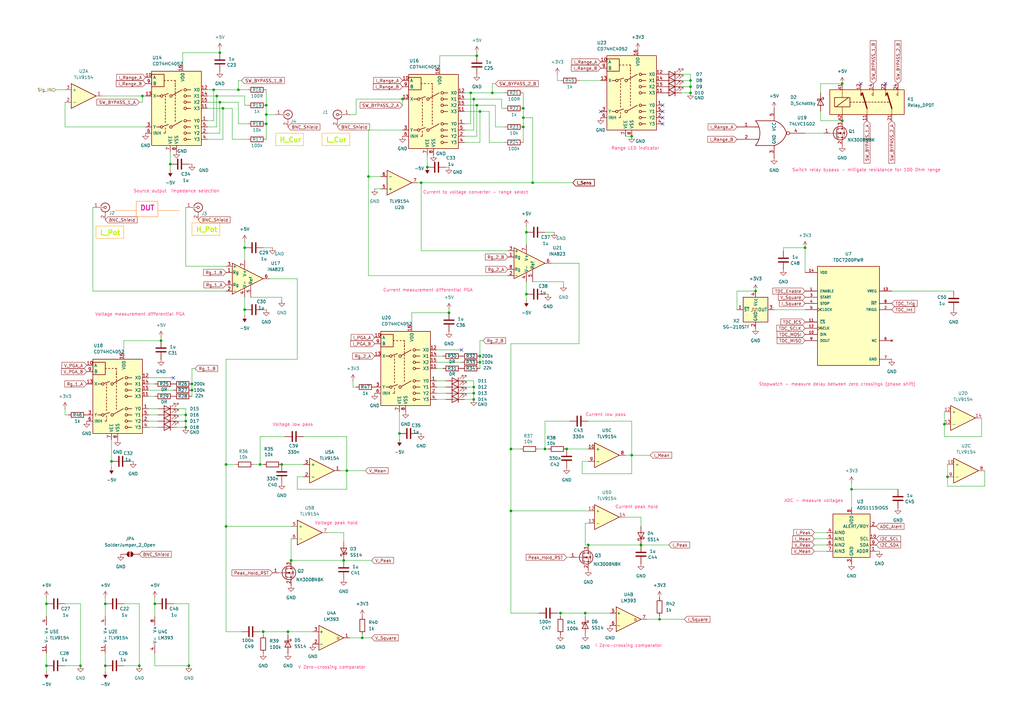
<source format=kicad_sch>
(kicad_sch (version 20250114) (generator "eeschema") (generator_version "9.0")
  (paper "A3")
  (title_block (title "LCR Meter - Analog frontend") (date "2025-01-20") (rev "1") (company "Vojtěch Glombíček"))
  (text "Stopwatch - measure delay between zero crossings (phase shift)" (at 343.408 157.734 0) (effects (font (size 1.27 1.27))))
  (text "V Zero-crossing comparator" (at 136.144 273.812 0) (effects (font (size 1.27 1.27))))
  (text "ADC - measure voltages" (at 333.756 205.486 0) (effects (font (size 1.27 1.27))))
  (text "Voltage low pass" (at 120.142 174.244 0) (effects (font (size 1.27 1.27))))
  (text "Source output  impedance selection" (at 72.39 78.486 0) (effects (font (size 1.27 1.27))))
  (text "Range LED indicator" (at 260.604 60.96 0) (effects (font (size 1.27 1.27))))
  (text "Switch relay bypass - mitigate resistance for 100 Ohm range" (at 355.346 69.85 0) (effects (font (size 1.27 1.27))))
  (text "Current low pass" (at 248.412 170.18 0) (effects (font (size 1.27 1.27))))
  (text "Voltage peak hold" (at 137.922 214.63 0) (effects (font (size 1.27 1.27))))
  (text "I Zero-crossing comparator" (at 257.81 264.922 0) (effects (font (size 1.27 1.27))))
  (text "Voltage measurement differential PGA" (at 57.404 129.032 0) (effects (font (size 1.27 1.27))))
  (text "Current peak hold" (at 261.112 208.026 0) (effects (font (size 1.27 1.27))))
  (text "Current measurement differential PGA" (at 175.514 119.126 0) (effects (font (size 1.27 1.27))))
  (text "Current to voltage converter - range select" (at 195.072 78.994 0) (effects (font (size 1.27 1.27))))
  (text_box "H_Pot" (at 78.74 91.44 0) (size 11.43 5.08) (margins 1.5 1.5 1.5 1.5) (stroke (width 0) (color 255 146 0 1)) (effects (font (size 2 2) (thickness 0.4) (bold yes)) (justify left top)))
  (text_box "H_Cur" (at 113.03 54.61 0) (size 11.43 5.08) (margins 1.5 1.5 1.5 1.5) (stroke (width 0) (color 255 146 0 1)) (effects (font (size 2 2) (thickness 0.4) (bold yes)) (justify left top)))
  (text_box "L_Pot\n" (at 39.37 92.71 0) (size 11.43 5.08) (margins 1.5 1.5 1.5 1.5) (stroke (width 0) (color 255 146 0 1)) (effects (font (size 2 2) (thickness 0.4) (bold yes)) (justify left top)))
  (text_box "DUT" (at 55.88 82.55 0) (size 8.89 6.35) (margins 1.5 1.5 1.5 1.5) (stroke (width 0) (color 255 109 0 1)) (effects (font (size 2 2) (thickness 0.4) (bold yes)) (justify left top)))
  (text_box "L_Cur" (at 132.08 54.61 0) (size 11.43 5.08) (margins 1.5 1.5 1.5 1.5) (stroke (width 0) (color 255 146 0 1)) (effects (font (size 2 2) (thickness 0.4) (bold yes)) (justify left top)))
  (junction (at 66.04 139.7))
  (junction (at 196.85 45.72))
  (junction (at 76.2 175.26))
  (junction (at 88.9 39.37))
  (junction (at 63.5 247.65))
  (junction (at 78.74 160.02))
  (junction (at 151.13 72.39))
  (junction (at 309.88 119.38))
  (junction (at 119.38 229.87))
  (junction (at 175.26 68.58))
  (junction (at 107.95 259.08))
  (junction (at 283.21 38.1))
  (junction (at 259.08 186.69))
  (junction (at 77.47 273.05))
  (junction (at 262.89 223.52))
  (junction (at 148.59 261.62))
  (junction (at 214.63 44.45))
  (junction (at 172.72 74.93))
  (junction (at 209.55 184.15))
  (junction (at 259.08 55.88))
  (junction (at 106.68 190.5))
  (junction (at 345.44 34.29))
  (junction (at 215.9 120.65))
  (junction (at 97.79 36.83))
  (junction (at 91.44 44.45))
  (junction (at 90.17 21.59))
  (junction (at 76.2 172.72))
  (junction (at 194.31 158.75))
  (junction (at 78.74 157.48))
  (junction (at 223.52 184.15))
  (junction (at 109.22 43.18))
  (junction (at 109.22 46.99))
  (junction (at 92.71 215.9))
  (junction (at 165.1 40.64))
  (junction (at 100.33 101.6))
  (junction (at 283.21 35.56))
  (junction (at 69.85 67.31))
  (junction (at 214.63 52.07))
  (junction (at 115.57 190.5))
  (junction (at 163.83 177.8))
  (junction (at 43.18 273.05))
  (junction (at 240.03 251.46))
  (junction (at 43.18 247.65))
  (junction (at 388.62 195.58))
  (junction (at 45.72 189.23))
  (junction (at 195.58 43.18))
  (junction (at 118.11 259.08))
  (junction (at 19.05 247.65))
  (junction (at 194.31 40.64))
  (junction (at 100.33 127))
  (junction (at 194.31 161.29))
  (junction (at 241.3 223.52))
  (junction (at 142.24 193.04))
  (junction (at 19.05 273.05))
  (junction (at 387.35 173.99))
  (junction (at 90.17 41.91))
  (junction (at 76.2 170.18))
  (junction (at 57.15 273.05))
  (junction (at 270.51 254))
  (junction (at 330.2 101.6))
  (junction (at 33.02 273.05))
  (junction (at 58.42 39.37))
  (junction (at 194.31 163.83))
  (junction (at 214.63 48.26))
  (junction (at 215.9 95.25))
  (junction (at 92.71 190.5))
  (junction (at 87.63 36.83))
  (junction (at 193.04 38.1))
  (junction (at 195.58 22.86))
  (junction (at 201.93 38.1))
  (junction (at 218.44 74.93))
  (junction (at 196.85 148.59))
  (junction (at 283.21 33.02))
  (junction (at 196.85 146.05))
  (junction (at 232.41 184.15))
  (junction (at 140.97 229.87))
  (junction (at 229.87 251.46))
  (junction (at 109.22 50.8))
  (junction (at 345.44 49.53))
  (junction (at 349.25 200.66))
  (junction (at 209.55 209.55))
  (junction (at 184.15 128.27))
  (no_connect (at 271.78 43.18))
  (no_connect (at 271.78 48.26))
  (no_connect (at 271.78 45.72))
  (no_connect (at 353.06 34.29))
  (no_connect (at 189.23 143.51))
  (no_connect (at 246.38 45.72))
  (no_connect (at 363.22 34.29))
  (no_connect (at 71.12 154.94))
  (no_connect (at 271.78 50.8))
  (wire (pts (xy 92.71 147.32) (xy 92.71 190.5)))
  (wire (pts (xy 64.77 170.18) (xy 60.96 170.18)))
  (wire (pts (xy 190.5 156.21) (xy 194.31 156.21)))
  (wire (pts (xy 240.03 223.52) (xy 241.3 223.52)))
  (wire (pts (xy 241.3 223.52) (xy 262.89 223.52)))
  (polyline (pts (xy 46.99 86.36) (xy 55.88 86.36)) (stroke (width 0) (color 255 115 0 1)))
  (wire (pts (xy 209.55 140.97) (xy 209.55 184.15)))
  (wire (pts (xy 97.79 36.83) (xy 87.63 36.83)))
  (wire (pts (xy 80.01 151.13) (xy 78.74 151.13)))
  (wire (pts (xy 180.34 22.86) (xy 195.58 22.86)))
  (wire (pts (xy 279.4 30.48) (xy 283.21 30.48)))
  (wire (pts (xy 109.22 36.83) (xy 109.22 43.18)))
  (wire (pts (xy 207.01 52.07) (xy 203.2 52.07)))
  (wire (pts (xy 85.09 41.91) (xy 90.17 41.91)))
  (wire (pts (xy 144.78 156.21) (xy 144.78 158.75)))
  (wire (pts (xy 232.41 184.15) (xy 241.3 184.15)))
  (wire (pts (xy 330.2 101.6) (xy 321.31 101.6)))
  (wire (pts (xy 196.85 148.59) (xy 196.85 151.13)))
  (wire (pts (xy 100.33 99.06) (xy 100.33 101.6)))
  (wire (pts (xy 215.9 115.57) (xy 215.9 120.65)))
  (wire (pts (xy 163.83 168.91) (xy 163.83 177.8)))
  (wire (pts (xy 205.74 44.45) (xy 205.74 40.64)))
  (wire (pts (xy 100.33 106.68) (xy 100.33 101.6)))
  (wire (pts (xy 214.63 48.26) (xy 214.63 52.07)))
  (wire (pts (xy 41.91 39.37) (xy 58.42 39.37)))
  (wire (pts (xy 203.2 43.18) (xy 195.58 43.18)))
  (wire (pts (xy 259.08 186.69) (xy 259.08 194.31)))
  (wire (pts (xy 196.85 139.7) (xy 196.85 146.05)))
  (wire (pts (xy 101.6 43.18) (xy 100.33 43.18)))
  (wire (pts (xy 240.03 252.73) (xy 240.03 251.46)))
  (wire (pts (xy 63.5 273.05) (xy 77.47 273.05)))
  (wire (pts (xy 100.33 129.54) (xy 100.33 127)))
  (wire (pts (xy 90.17 20.32) (xy 90.17 21.59)))
  (wire (pts (xy 146.05 40.64) (xy 146.05 46.99)))
  (wire (pts (xy 57.15 41.91) (xy 58.42 41.91)))
  (wire (pts (xy 237.49 107.95) (xy 237.49 140.97)))
  (wire (pts (xy 279.4 35.56) (xy 283.21 35.56)))
  (wire (pts (xy 334.01 218.44) (xy 339.09 218.44)))
  (wire (pts (xy 215.9 123.19) (xy 215.9 120.65)))
  (wire (pts (xy 43.18 245.11) (xy 43.18 247.65)))
  (wire (pts (xy 336.55 38.1) (xy 336.55 34.29)))
  (wire (pts (xy 43.18 267.97) (xy 43.18 273.05)))
  (wire (pts (xy 241.3 214.63) (xy 240.03 214.63)))
  (wire (pts (xy 194.31 163.83) (xy 190.5 163.83)))
  (wire (pts (xy 63.5 245.11) (xy 63.5 247.65)))
  (wire (pts (xy 349.25 198.12) (xy 349.25 200.66)))
  (wire (pts (xy 109.22 46.99) (xy 109.22 50.8)))
  (wire (pts (xy 337.82 54.61) (xy 330.2 54.61)))
  (wire (pts (xy 59.69 52.07) (xy 26.67 52.07)))
  (wire (pts (xy 97.79 33.02) (xy 97.79 36.83)))
  (wire (pts (xy 233.68 172.72) (xy 223.52 172.72)))
  (wire (pts (xy 194.31 161.29) (xy 194.31 163.83)))
  (wire (pts (xy 227.33 95.25) (xy 223.52 95.25)))
  (wire (pts (xy 165.1 40.64) (xy 146.05 40.64)))
  (wire (pts (xy 77.47 247.65) (xy 71.12 247.65)))
  (wire (pts (xy 99.06 259.08) (xy 92.71 259.08)))
  (wire (pts (xy 266.7 186.69) (xy 259.08 186.69)))
  (wire (pts (xy 92.71 119.38) (xy 38.1 119.38)))
  (wire (pts (xy 106.68 259.08) (xy 107.95 259.08)))
  (wire (pts (xy 69.85 69.85) (xy 69.85 67.31)))
  (wire (pts (xy 76.2 167.64) (xy 76.2 170.18)))
  (wire (pts (xy 240.03 214.63) (xy 240.03 223.52)))
  (wire (pts (xy 190.5 161.29) (xy 194.31 161.29)))
  (wire (pts (xy 151.13 72.39) (xy 156.21 72.39)))
  (wire (pts (xy 190.5 158.75) (xy 194.31 158.75)))
  (wire (pts (xy 196.85 45.72) (xy 196.85 58.42)))
  (wire (pts (xy 146.05 46.99) (xy 143.51 46.99)))
  (wire (pts (xy 360.68 226.06) (xy 359.41 226.06)))
  (wire (pts (xy 220.98 251.46) (xy 209.55 251.46)))
  (wire (pts (xy 50.8 139.7) (xy 50.8 144.78)))
  (wire (pts (xy 85.09 39.37) (xy 88.9 39.37)))
  (wire (pts (xy 95.25 44.45) (xy 91.44 44.45)))
  (wire (pts (xy 262.89 223.52) (xy 274.32 223.52)))
  (wire (pts (xy 283.21 35.56) (xy 283.21 38.1)))
  (wire (pts (xy 119.38 220.98) (xy 119.38 229.87)))
  (wire (pts (xy 85.09 49.53) (xy 87.63 49.53)))
  (wire (pts (xy 229.87 251.46) (xy 240.03 251.46)))
  (wire (pts (xy 151.13 113.03) (xy 208.28 113.03)))
  (wire (pts (xy 194.31 40.64) (xy 194.31 53.34)))
  (wire (pts (xy 190.5 50.8) (xy 193.04 50.8)))
  (wire (pts (xy 196.85 146.05) (xy 196.85 148.59)))
  (wire (pts (xy 228.6 251.46) (xy 229.87 251.46)))
  (wire (pts (xy 26.67 170.18) (xy 27.94 170.18)))
  (wire (pts (xy 229.87 251.46) (xy 229.87 252.73)))
  (wire (pts (xy 102.87 121.92) (xy 115.57 121.92)))
  (wire (pts (xy 121.92 147.32) (xy 92.71 147.32)))
  (wire (pts (xy 106.68 190.5) (xy 107.95 190.5)))
  (wire (pts (xy 218.44 48.26) (xy 218.44 74.93)))
  (wire (pts (xy 151.13 113.03) (xy 151.13 72.39)))
  (wire (pts (xy 194.31 158.75) (xy 194.31 161.29)))
  (wire (pts (xy 270.51 254) (xy 280.67 254)))
  (wire (pts (xy 336.55 34.29) (xy 345.44 34.29)))
  (wire (pts (xy 387.35 179.07) (xy 402.59 179.07)))
  (wire (pts (xy 50.8 273.05) (xy 57.15 273.05)))
  (wire (pts (xy 330.2 101.6) (xy 330.2 111.76)))
  (wire (pts (xy 101.6 57.15) (xy 95.25 57.15)))
  (wire (pts (xy 334.01 220.98) (xy 339.09 220.98)))
  (wire (pts (xy 78.74 151.13) (xy 78.74 157.48)))
  (wire (pts (xy 262.89 215.9) (xy 262.89 212.09)))
  (wire (pts (xy 72.39 170.18) (xy 76.2 170.18)))
  (polyline (pts (xy 64.77 86.36) (xy 73.66 86.36)) (stroke (width 0) (color 255 115 0 1)))
  (wire (pts (xy 241.3 172.72) (xy 259.08 172.72)))
  (wire (pts (xy 179.07 161.29) (xy 182.88 161.29)))
  (wire (pts (xy 76.2 170.18) (xy 76.2 172.72)))
  (wire (pts (xy 172.72 102.87) (xy 208.28 102.87)))
  (wire (pts (xy 237.49 140.97) (xy 209.55 140.97)))
  (wire (pts (xy 58.42 39.37) (xy 59.69 39.37)))
  (wire (pts (xy 175.26 63.5) (xy 175.26 68.58)))
  (wire (pts (xy 26.67 41.91) (xy 26.67 52.07)))
  (wire (pts (xy 179.07 146.05) (xy 181.61 146.05)))
  (wire (pts (xy 109.22 50.8) (xy 109.22 57.15)))
  (wire (pts (xy 107.95 259.08) (xy 107.95 260.35)))
  (wire (pts (xy 26.67 273.05) (xy 33.02 273.05)))
  (wire (pts (xy 218.44 74.93) (xy 234.95 74.93)))
  (wire (pts (xy 97.79 41.91) (xy 90.17 41.91)))
  (wire (pts (xy 33.02 273.05) (xy 33.02 247.65)))
  (wire (pts (xy 349.25 200.66) (xy 349.25 208.28)))
  (wire (pts (xy 388.62 199.39) (xy 403.86 199.39)))
  (wire (pts (xy 215.9 100.33) (xy 215.9 95.25)))
  (wire (pts (xy 259.08 172.72) (xy 259.08 186.69)))
  (wire (pts (xy 88.9 39.37) (xy 88.9 52.07)))
  (wire (pts (xy 163.83 180.34) (xy 163.83 177.8)))
  (wire (pts (xy 283.21 38.1) (xy 279.4 38.1)))
  (wire (pts (xy 270.51 252.73) (xy 270.51 254)))
  (wire (pts (xy 171.45 177.8) (xy 172.72 177.8)))
  (wire (pts (xy 101.6 36.83) (xy 97.79 36.83)))
  (wire (pts (xy 220.98 184.15) (xy 223.52 184.15)))
  (wire (pts (xy 334.01 226.06) (xy 339.09 226.06)))
  (wire (pts (xy 203.2 52.07) (xy 203.2 43.18)))
  (wire (pts (xy 195.58 55.88) (xy 190.5 55.88)))
  (wire (pts (xy 279.4 33.02) (xy 283.21 33.02)))
  (wire (pts (xy 60.96 154.94) (xy 71.12 154.94)))
  (wire (pts (xy 168.91 128.27) (xy 168.91 133.35)))
  (wire (pts (xy 232.41 228.6) (xy 233.68 228.6)))
  (wire (pts (xy 262.89 212.09) (xy 256.54 212.09)))
  (wire (pts (xy 238.76 194.31) (xy 238.76 189.23)))
  (wire (pts (xy 218.44 115.57) (xy 231.14 115.57)))
  (wire (pts (xy 198.12 139.7) (xy 196.85 139.7)))
  (wire (pts (xy 148.59 261.62) (xy 152.4 261.62)))
  (wire (pts (xy 19.05 245.11) (xy 19.05 247.65)))
  (wire (pts (xy 90.17 41.91) (xy 90.17 54.61)))
  (wire (pts (xy 209.55 251.46) (xy 209.55 209.55)))
  (wire (pts (xy 88.9 52.07) (xy 85.09 52.07)))
  (wire (pts (xy 64.77 175.26) (xy 60.96 175.26)))
  (wire (pts (xy 100.33 39.37) (xy 88.9 39.37)))
  (wire (pts (xy 107.95 259.08) (xy 118.11 259.08)))
  (wire (pts (xy 119.38 229.87) (xy 140.97 229.87)))
  (wire (pts (xy 57.15 273.05) (xy 57.15 247.65)))
  (wire (pts (xy 63.5 252.73) (xy 63.5 247.65)))
  (wire (pts (xy 388.62 190.5) (xy 388.62 195.58)))
  (wire (pts (xy 190.5 43.18) (xy 195.58 43.18)))
  (wire (pts (xy 153.67 77.47) (xy 156.21 77.47)))
  (wire (pts (xy 402.59 179.07) (xy 402.59 171.45)))
  (wire (pts (xy 115.57 190.5) (xy 124.46 190.5)))
  (wire (pts (xy 148.59 260.35) (xy 148.59 261.62)))
  (wire (pts (xy 26.67 167.64) (xy 26.67 170.18)))
  (wire (pts (xy 121.92 200.66) (xy 121.92 195.58)))
  (wire (pts (xy 38.1 119.38) (xy 38.1 85.09)))
  (wire (pts (xy 193.04 38.1) (xy 190.5 38.1)))
  (wire (pts (xy 201.93 38.1) (xy 193.04 38.1)))
  (wire (pts (xy 50.8 139.7) (xy 66.04 139.7)))
  (wire (pts (xy 321.31 101.6) (xy 321.31 102.87)))
  (wire (pts (xy 387.35 168.91) (xy 387.35 173.99)))
  (wire (pts (xy 64.77 172.72) (xy 60.96 172.72)))
  (wire (pts (xy 92.71 215.9) (xy 92.71 190.5)))
  (wire (pts (xy 336.55 45.72) (xy 336.55 49.53)))
  (wire (pts (xy 60.96 162.56) (xy 63.5 162.56)))
  (wire (pts (xy 43.18 275.59) (xy 43.18 273.05)))
  (wire (pts (xy 171.45 74.93) (xy 172.72 74.93)))
  (wire (pts (xy 60.96 160.02) (xy 71.12 160.02)))
  (wire (pts (xy 193.04 38.1) (xy 193.04 50.8)))
  (wire (pts (xy 74.93 21.59) (xy 90.17 21.59)))
  (wire (pts (xy 223.52 172.72) (xy 223.52 184.15)))
  (wire (pts (xy 76.2 109.22) (xy 76.2 85.09)))
  (wire (pts (xy 19.05 252.73) (xy 19.05 247.65)))
  (wire (pts (xy 104.14 190.5) (xy 106.68 190.5)))
  (wire (pts (xy 139.7 193.04) (xy 142.24 193.04)))
  (wire (pts (xy 77.47 67.31) (xy 78.74 67.31)))
  (wire (pts (xy 238.76 189.23) (xy 241.3 189.23)))
  (wire (pts (xy 283.21 33.02) (xy 283.21 35.56)))
  (wire (pts (xy 195.58 21.59) (xy 195.58 22.86)))
  (wire (pts (xy 172.72 102.87) (xy 172.72 74.93)))
  (wire (pts (xy 259.08 194.31) (xy 238.76 194.31)))
  (wire (pts (xy 77.47 273.05) (xy 77.47 247.65)))
  (wire (pts (xy 180.34 22.86) (xy 180.34 27.94)))
  (wire (pts (xy 109.22 46.99) (xy 113.03 46.99)))
  (wire (pts (xy 200.66 58.42) (xy 200.66 45.72)))
  (wire (pts (xy 111.76 101.6) (xy 107.95 101.6)))
  (wire (pts (xy 92.71 109.22) (xy 76.2 109.22)))
  (wire (pts (xy 179.07 148.59) (xy 189.23 148.59)))
  (wire (pts (xy 90.17 54.61) (xy 85.09 54.61)))
  (wire (pts (xy 302.26 119.38) (xy 309.88 119.38)))
  (wire (pts (xy 214.63 44.45) (xy 214.63 48.26)))
  (wire (pts (xy 78.74 157.48) (xy 78.74 160.02)))
  (wire (pts (xy 283.21 30.48) (xy 283.21 33.02)))
  (wire (pts (xy 92.71 259.08) (xy 92.71 215.9)))
  (wire (pts (xy 72.39 167.64) (xy 76.2 167.64)))
  (wire (pts (xy 60.96 167.64) (xy 64.77 167.64)))
  (wire (pts (xy 179.07 158.75) (xy 182.88 158.75)))
  (wire (pts (xy 118.11 260.35) (xy 118.11 259.08)))
  (wire (pts (xy 168.91 128.27) (xy 184.15 128.27)))
  (wire (pts (xy 190.5 45.72) (xy 196.85 45.72)))
  (wire (pts (xy 91.44 57.15) (xy 85.09 57.15)))
  (wire (pts (xy 19.05 267.97) (xy 19.05 273.05)))
  (wire (pts (xy 223.52 120.65) (xy 224.79 120.65)))
  (wire (pts (xy 270.51 254) (xy 265.43 254)))
  (wire (pts (xy 87.63 36.83) (xy 85.09 36.83)))
  (wire (pts (xy 214.63 38.1) (xy 214.63 44.45)))
  (wire (pts (xy 196.85 58.42) (xy 190.5 58.42)))
  (wire (pts (xy 302.26 127) (xy 302.26 119.38)))
  (wire (pts (xy 99.06 33.02) (xy 97.79 33.02)))
  (wire (pts (xy 365.76 119.38) (xy 391.16 119.38)))
  (wire (pts (xy 107.95 127) (xy 109.22 127)))
  (wire (pts (xy 87.63 36.83) (xy 87.63 49.53)))
  (wire (pts (xy 182.88 163.83) (xy 179.07 163.83)))
  (wire (pts (xy 58.42 41.91) (xy 58.42 39.37)))
  (wire (pts (xy 240.03 251.46) (xy 250.19 251.46)))
  (wire (pts (xy 148.59 261.62) (xy 143.51 261.62)))
  (wire (pts (xy 190.5 40.64) (xy 194.31 40.64)))
  (wire (pts (xy 241.3 209.55) (xy 209.55 209.55)))
  (wire (pts (xy 33.02 247.65) (xy 26.67 247.65)))
  (wire (pts (xy 140.97 218.44) (xy 134.62 218.44)))
  (wire (pts (xy 124.46 179.07) (xy 142.24 179.07)))
  (wire (pts (xy 97.79 50.8) (xy 97.79 41.91)))
  (wire (pts (xy 256.54 55.88) (xy 259.08 55.88)))
  (wire (pts (xy 100.33 121.92) (xy 100.33 127)))
  (wire (pts (xy 121.92 195.58) (xy 124.46 195.58)))
  (wire (pts (xy 226.06 107.95) (xy 237.49 107.95)))
  (wire (pts (xy 228.6 30.48) (xy 228.6 33.02)))
  (wire (pts (xy 76.2 172.72) (xy 76.2 175.26)))
  (wire (pts (xy 60.96 157.48) (xy 63.5 157.48)))
  (wire (pts (xy 121.92 114.3) (xy 121.92 147.32)))
  (wire (pts (xy 336.55 49.53) (xy 345.44 49.53)))
  (wire (pts (xy 116.84 179.07) (xy 106.68 179.07)))
  (wire (pts (xy 57.15 247.65) (xy 50.8 247.65)))
  (wire (pts (xy 45.72 191.77) (xy 45.72 189.23)))
  (wire (pts (xy 194.31 156.21) (xy 194.31 158.75)))
  (wire (pts (xy 387.35 173.99) (xy 387.35 179.07)))
  (wire (pts (xy 194.31 53.34) (xy 190.5 53.34)))
  (wire (pts (xy 142.24 179.07) (xy 142.24 193.04)))
  (wire (pts (xy 74.93 21.59) (xy 74.93 26.67)))
  (wire (pts (xy 207.01 58.42) (xy 200.66 58.42)))
  (wire (pts (xy 53.34 189.23) (xy 54.61 189.23)))
  (wire (pts (xy 72.39 172.72) (xy 76.2 172.72)))
  (wire (pts (xy 22.86 36.83) (xy 26.67 36.83)))
  (wire (pts (xy 66.04 138.43) (xy 66.04 139.7)))
  (wire (pts (xy 151.13 53.34) (xy 151.13 72.39)))
  (wire (pts (xy 209.55 184.15) (xy 213.36 184.15)))
  (wire (pts (xy 165.1 53.34) (xy 151.13 53.34)))
  (wire (pts (xy 201.93 34.29) (xy 201.93 38.1)))
  (wire (pts (xy 203.2 34.29) (xy 201.93 34.29)))
  (wire (pts (xy 76.2 175.26) (xy 72.39 175.26)))
  (wire (pts (xy 215.9 92.71) (xy 215.9 95.25)))
  (wire (pts (xy 100.33 43.18) (xy 100.33 39.37)))
  (wire (pts (xy 78.74 160.02) (xy 78.74 162.56)))
  (wire (pts (xy 19.05 275.59) (xy 19.05 273.05)))
  (wire (pts (xy 144.78 158.75) (xy 146.05 158.75)))
  (wire (pts (xy 85.09 44.45) (xy 91.44 44.45)))
  (wire (pts (xy 92.71 190.5) (xy 96.52 190.5)))
  (wire (pts (xy 91.44 44.45) (xy 91.44 57.15)))
  (wire (pts (xy 43.18 252.73) (xy 43.18 247.65)))
  (wire (pts (xy 184.15 127) (xy 184.15 128.27)))
  (wire (pts (xy 142.24 193.04) (xy 142.24 200.66)))
  (wire (pts (xy 195.58 43.18) (xy 195.58 55.88)))
  (wire (pts (xy 182.88 68.58) (xy 184.15 68.58)))
  (wire (pts (xy 334.01 223.52) (xy 339.09 223.52)))
  (wire (pts (xy 110.49 114.3) (xy 121.92 114.3)))
  (wire (pts (xy 149.86 193.04) (xy 142.24 193.04)))
  (wire (pts (xy 69.85 62.23) (xy 69.85 67.31)))
  (wire (pts (xy 209.55 209.55) (xy 209.55 184.15)))
  (wire (pts (xy 207.01 38.1) (xy 201.93 38.1)))
  (wire (pts (xy 63.5 267.97) (xy 63.5 273.05)))
  (wire (pts (xy 223.52 184.15) (xy 224.79 184.15)))
  (wire (pts (xy 179.07 143.51) (xy 189.23 143.51)))
  (wire (pts (xy 237.49 33.02) (xy 246.38 33.02)))
  (wire (pts (xy 207.01 44.45) (xy 205.74 44.45)))
  (wire (pts (xy 101.6 50.8) (xy 97.79 50.8)))
  (wire (pts (xy 172.72 74.93) (xy 218.44 74.93)))
  (wire (pts (xy 115.57 121.92) (xy 115.57 123.19)))
  (wire (pts (xy 140.97 229.87) (xy 152.4 229.87)))
  (wire (pts (xy 200.66 45.72) (xy 196.85 45.72)))
  (wire (pts (xy 95.25 57.15) (xy 95.25 44.45)))
  (wire (pts (xy 179.07 151.13) (xy 181.61 151.13)))
  (wire (pts (xy 142.24 200.66) (xy 121.92 200.66)))
  (wire (pts (xy 388.62 195.58) (xy 388.62 199.39)))
  (wire (pts (xy 228.6 33.02) (xy 229.87 33.02)))
  (wire (pts (xy 256.54 186.69) (xy 259.08 186.69)))
  (wire (pts (xy 349.25 200.66) (xy 368.3 200.66)))
  (wire (pts (xy 214.63 48.26) (xy 218.44 48.26)))
  (wire (pts (xy 106.68 179.07) (xy 106.68 190.5)))
  (wire (pts (xy 109.22 43.18) (xy 109.22 46.99)))
  (wire (pts (xy 205.74 40.64) (xy 194.31 40.64)))
  (wire (pts (xy 231.14 115.57) (xy 231.14 116.84)))
  (wire (pts (xy 403.86 199.39) (xy 403.86 193.04)))
  (wire (pts (xy 140.97 222.25) (xy 140.97 218.44)))
  (wire (pts (xy 214.63 52.07) (xy 214.63 58.42)))
  (wire (pts (xy 165.1 40.64) (xy 165.1 43.18)))
  (wire (pts (xy 118.11 259.08) (xy 128.27 259.08)))
  (wire (pts (xy 317.5 127) (xy 330.2 127)))
  (wire (pts (xy 179.07 156.21) (xy 182.88 156.21)))
  (wire (pts (xy 92.71 215.9) (xy 119.38 215.9)))
  (wire (pts (xy 45.72 180.34) (xy 45.72 189.23)))
  (global_label "I_Range_A" (shape input) (at 302.26 52.07 180) (property "Intersheetrefs" "${INTERSHEET_REFS}" (effects (hide yes))))
  (global_label "TDC_MOSI" (shape input) (at 330.2 137.16 180) (property "Intersheetrefs" "${INTERSHEET_REFS}" (effects (hide yes))))
  (global_label "BNC_Shield" (shape input) (at 81.28 90.17 0) (property "Intersheetrefs" "${INTERSHEET_REFS}" (effects (hide yes))))
  (global_label "V_Square" (shape input) (at 152.4 261.62 0) (property "Intersheetrefs" "${INTERSHEET_REFS}" (effects (hide yes))))
  (global_label "Rg_1_B" (shape input) (at 80.01 151.13 0) (property "Intersheetrefs" "${INTERSHEET_REFS}" (effects (hide yes))))
  (global_label "I_Sens" (shape input) (at 234.95 74.93 0) (effects (font (bold yes))) (property "Intersheetrefs" "${INTERSHEET_REFS}" (effects (hide yes))))
  (global_label "BNC_Shield" (shape input) (at 138.43 52.07 0) (property "Intersheetrefs" "${INTERSHEET_REFS}" (effects (hide yes))))
  (global_label "V_Square" (shape input) (at 330.2 121.92 180) (property "Intersheetrefs" "${INTERSHEET_REFS}" (effects (hide yes))))
  (global_label "SW_BYPASS_2_B" (shape input) (at 368.3 34.29 90) (property "Intersheetrefs" "${INTERSHEET_REFS}" (effects (hide yes))))
  (global_label "I_Square" (shape input) (at 330.2 124.46 180) (property "Intersheetrefs" "${INTERSHEET_REFS}" (effects (hide yes))))
  (global_label "I_Mean" (shape input) (at 266.7 186.69 0) (property "Intersheetrefs" "${INTERSHEET_REFS}" (effects (hide yes))))
  (global_label "I_Range_B" (shape input) (at 246.38 27.94 180) (property "Intersheetrefs" "${INTERSHEET_REFS}" (effects (hide yes))))
  (global_label "TDC_MISO" (shape input) (at 330.2 139.7 180) (property "Intersheetrefs" "${INTERSHEET_REFS}" (effects (hide yes))))
  (global_label "Peak_Hold_RST" (shape input) (at 111.76 234.95 180) (property "Intersheetrefs" "${INTERSHEET_REFS}" (effects (hide yes))))
  (global_label "BNC_Shield" (shape input) (at 43.18 90.17 0) (property "Intersheetrefs" "${INTERSHEET_REFS}" (effects (hide yes))))
  (global_label "TDC_!CS" (shape input) (at 330.2 132.08 180) (property "Intersheetrefs" "${INTERSHEET_REFS}" (effects (hide yes))))
  (global_label "V_Mean" (shape input) (at 149.86 193.04 0) (property "Intersheetrefs" "${INTERSHEET_REFS}" (effects (hide yes))))
  (global_label "SW_BYPASS_1_B" (shape input) (at 358.14 34.29 90) (property "Intersheetrefs" "${INTERSHEET_REFS}" (effects (hide yes))))
  (global_label "BNC_Shield" (shape input) (at 118.11 52.07 0) (property "Intersheetrefs" "${INTERSHEET_REFS}" (effects (hide yes))))
  (global_label "Rg_1_A" (shape input) (at 35.56 157.48 180) (property "Intersheetrefs" "${INTERSHEET_REFS}" (effects (hide yes))))
  (global_label "I_Range_A" (shape input) (at 246.38 25.4 180) (property "Intersheetrefs" "${INTERSHEET_REFS}" (effects (hide yes))))
  (global_label "Rg_2_A" (shape input) (at 153.67 146.05 180) (property "Intersheetrefs" "${INTERSHEET_REFS}" (effects (hide yes))))
  (global_label "SW_BYPASS_2_A" (shape input) (at 165.1 43.18 180) (property "Intersheetrefs" "${INTERSHEET_REFS}" (effects (hide yes))))
  (global_label "Rg_2_B" (shape input) (at 208.28 105.41 180) (property "Intersheetrefs" "${INTERSHEET_REFS}" (effects (hide yes))))
  (global_label "I_PGA_A" (shape input) (at 153.67 138.43 180) (property "Intersheetrefs" "${INTERSHEET_REFS}" (effects (hide yes))))
  (global_label "I2C_SDA" (shape input) (at 359.41 223.52 0) (property "Intersheetrefs" "${INTERSHEET_REFS}" (effects (hide yes))))
  (global_label "I_Range_A" (shape input) (at 165.1 33.02 180) (property "Intersheetrefs" "${INTERSHEET_REFS}" (effects (hide yes))))
  (global_label "V_Peak" (shape input) (at 334.01 223.52 180) (property "Intersheetrefs" "${INTERSHEET_REFS}" (effects (hide yes))))
  (global_label "I_Range_B" (shape input) (at 302.26 57.15 180) (property "Intersheetrefs" "${INTERSHEET_REFS}" (effects (hide yes))))
  (global_label "TDC_Enable" (shape input) (at 330.2 119.38 180) (property "Intersheetrefs" "${INTERSHEET_REFS}" (effects (hide yes))))
  (global_label "I_Range_B" (shape input) (at 165.1 35.56 180) (property "Intersheetrefs" "${INTERSHEET_REFS}" (effects (hide yes))))
  (global_label "V_PGA_A" (shape input) (at 35.56 149.86 180) (property "Intersheetrefs" "${INTERSHEET_REFS}" (effects (hide yes))))
  (global_label "Rg_1_B" (shape input) (at 92.71 111.76 180) (property "Intersheetrefs" "${INTERSHEET_REFS}" (effects (hide yes))))
  (global_label "V_Peak" (shape input) (at 152.4 229.87 0) (property "Intersheetrefs" "${INTERSHEET_REFS}" (effects (hide yes))))
  (global_label "Rg_2_A" (shape input) (at 208.28 110.49 180) (property "Intersheetrefs" "${INTERSHEET_REFS}" (effects (hide yes))))
  (global_label "Rg_1_A" (shape input) (at 92.71 116.84 180) (property "Intersheetrefs" "${INTERSHEET_REFS}" (effects (hide yes))))
  (global_label "I_Peak" (shape input) (at 274.32 223.52 0) (property "Intersheetrefs" "${INTERSHEET_REFS}" (effects (hide yes))))
  (global_label "V_Mean" (shape input) (at 334.01 226.06 180) (property "Intersheetrefs" "${INTERSHEET_REFS}" (effects (hide yes))))
  (global_label "Peak_Hold_RST" (shape input) (at 232.41 228.6 180) (property "Intersheetrefs" "${INTERSHEET_REFS}" (effects (hide yes))))
  (global_label "SW_BYPASS_2_A" (shape input) (at 365.76 49.53 270) (property "Intersheetrefs" "${INTERSHEET_REFS}" (effects (hide yes))))
  (global_label "BNC_Shield" (shape input) (at 57.15 227.33 0) (property "Intersheetrefs" "${INTERSHEET_REFS}" (effects (hide yes))))
  (global_label "TDC_SCLK" (shape input) (at 330.2 134.62 180) (property "Intersheetrefs" "${INTERSHEET_REFS}" (effects (hide yes))))
  (global_label "SW_BYPASS_1_B" (shape input) (at 99.06 33.02 0) (property "Intersheetrefs" "${INTERSHEET_REFS}" (effects (hide yes))))
  (global_label "I_Square" (shape input) (at 280.67 254 0) (property "Intersheetrefs" "${INTERSHEET_REFS}" (effects (hide yes))))
  (global_label "ADC_Alert" (shape input) (at 359.41 215.9 0) (property "Intersheetrefs" "${INTERSHEET_REFS}" (effects (hide yes))))
  (global_label "I_Range_A" (shape input) (at 59.69 31.75 180) (property "Intersheetrefs" "${INTERSHEET_REFS}" (effects (hide yes))))
  (global_label "SW_BYPASS_1_A" (shape input) (at 57.15 41.91 180) (property "Intersheetrefs" "${INTERSHEET_REFS}" (effects (hide yes))))
  (global_label "Rg_2_B" (shape input) (at 198.12 139.7 0) (property "Intersheetrefs" "${INTERSHEET_REFS}" (effects (hide yes))))
  (global_label "V_PGA_B" (shape input) (at 35.56 152.4 180) (property "Intersheetrefs" "${INTERSHEET_REFS}" (effects (hide yes))))
  (global_label "I_Peak" (shape input) (at 334.01 218.44 180) (property "Intersheetrefs" "${INTERSHEET_REFS}" (effects (hide yes))))
  (global_label "SW_BYPASS_2_B" (shape input) (at 203.2 34.29 0) (property "Intersheetrefs" "${INTERSHEET_REFS}" (effects (hide yes))))
  (global_label "I2C_SCL" (shape input) (at 359.41 220.98 0) (property "Intersheetrefs" "${INTERSHEET_REFS}" (effects (hide yes))))
  (global_label "TDC_Trig" (shape input) (at 365.76 124.46 0) (property "Intersheetrefs" "${INTERSHEET_REFS}" (effects (hide yes))))
  (global_label "I_Range_B" (shape input) (at 59.69 34.29 180) (property "Intersheetrefs" "${INTERSHEET_REFS}" (effects (hide yes))))
  (global_label "TDC_Int" (shape input) (at 365.76 127 0) (property "Intersheetrefs" "${INTERSHEET_REFS}" (effects (hide yes))))
  (global_label "I_Mean" (shape input) (at 334.01 220.98 180) (property "Intersheetrefs" "${INTERSHEET_REFS}" (effects (hide yes))))
  (global_label "SW_BYPASS_1_A" (shape input) (at 355.6 49.53 270) (property "Intersheetrefs" "${INTERSHEET_REFS}" (effects (hide yes))))
  (global_label "I_PGA_B" (shape input) (at 153.67 140.97 180) (property "Intersheetrefs" "${INTERSHEET_REFS}" (effects (hide yes))))
  (hierarchical_label "Sig_IN" (shape input) (at 22.86 36.83 180))
  (symbol (lib_id "Device:Opamp_Quad") (at 127 218.44 0) (unit 2)
    (property "Reference" "U5" (at 127 208.28 0))
    (property "Value" "TLV9154" (at 127 210.82 0))
    (property "Footprint" "Package_SO:SOIC-14_3.9x8.7mm_P1.27mm" (effects (hide yes)))
    (property "Description" "Quad operational amplifier" (effects (hide yes)))
    (property "Sim.Library" "${KICAD7_SYMBOL_DIR}/Simulation_SPICE.sp" (effects (hide yes)))
    (property "Sim.Name" "kicad_builtin_opamp_quad" (effects (hide yes)))
    (property "Sim.Device" "SUBCKT" (effects (hide yes)))
    (property "Sim.Pins" "1=out1 2=in1- 3=in1+ 4=vcc 5=in2+ 6=in2- 7=out2 8=out3 9=in3- 10=in3+ 11=vee 12=in4+ 13=in4- 14=out4" (effects (hide yes)))
  )
  (symbol (lib_id "power:+5V") (at 43.18 245.11 0) (unit 1)
    (property "Reference" "#PWR049" (effects (hide yes)))
    (property "Value" "+5V" (at 43.18 240.03 0))
    (property "Description" "Power symbol creates a global label with name \"+5V\"" (effects (hide yes)))
  )
  (symbol (lib_id "Device:LED") (at 275.59 35.56 180) (unit 1)
    (property "Reference" "D9" (at 286.766 35.56 0))
    (property "Value" "LED" (effects (hide yes)))
    (property "Footprint" "LED_SMD:LED_miniPLCC_2315" (effects (hide yes)))
    (property "Description" "Light emitting diode" (effects (hide yes)))
  )
  (symbol (lib_id "Device:Opamp_Quad") (at 248.92 186.69 0) (unit 3)
    (property "Reference" "U5" (at 248.92 176.53 0))
    (property "Value" "TLV9154" (at 248.92 179.07 0))
    (property "Footprint" "Package_SO:SOIC-14_3.9x8.7mm_P1.27mm" (effects (hide yes)))
    (property "Description" "Quad operational amplifier" (effects (hide yes)))
    (property "Sim.Library" "${KICAD7_SYMBOL_DIR}/Simulation_SPICE.sp" (effects (hide yes)))
    (property "Sim.Name" "kicad_builtin_opamp_quad" (effects (hide yes)))
    (property "Sim.Device" "SUBCKT" (effects (hide yes)))
    (property "Sim.Pins" "1=out1 2=in1- 3=in1+ 4=vcc 5=in2+ 6=in2- 7=out2 8=out3 9=in3- 10=in3+ 11=vee 12=in4+ 13=in4- 14=out4" (effects (hide yes)))
  )
  (symbol (lib_id "Device:R") (at 74.93 157.48 90) (unit 1)
    (property "Reference" "R26" (at 74.93 157.48 90))
    (property "Value" "200k" (at 81.788 157.48 90))
    (property "Footprint" "Resistor_SMD:R_0603_1608Metric_Pad0.98x0.95mm_HandSolder" (effects (hide yes)))
    (property "Description" "Resistor" (effects (hide yes)))
  )
  (symbol (lib_id "power:+5V") (at 215.9 92.71 0) (unit 1)
    (property "Reference" "#PWR093" (effects (hide yes)))
    (property "Value" "+5V" (at 215.9 87.63 0))
    (property "Description" "Power symbol creates a global label with name \"+5V\"" (effects (hide yes)))
  )
  (symbol (lib_id "power:GND") (at 184.15 135.89 0) (unit 1)
    (property "Reference" "#PWR092" (effects (hide yes)))
    (property "Value" "GND" (at 184.15 140.97 0))
    (property "Description" "Power symbol creates a global label with name \"GND\" , ground" (effects (hide yes)))
  )
  (symbol (lib_id "Device:LED") (at 68.58 172.72 180) (unit 1)
    (property "Reference" "D17" (at 79.756 172.72 0))
    (property "Value" "LED" (effects (hide yes)))
    (property "Footprint" "LED_SMD:LED_miniPLCC_2315" (effects (hide yes)))
    (property "Description" "Light emitting diode" (effects (hide yes)))
  )
  (symbol (lib_id "Device:LED") (at 68.58 175.26 180) (unit 1)
    (property "Reference" "D18" (at 79.756 175.26 0))
    (property "Value" "LED" (effects (hide yes)))
    (property "Footprint" "LED_SMD:LED_miniPLCC_2315" (effects (hide yes)))
    (property "Description" "Light emitting diode" (effects (hide yes)))
  )
  (symbol (lib_id "power:GND") (at 165.1 55.88 0) (mirror y) (unit 1)
    (property "Reference" "#PWR064" (effects (hide yes)))
    (property "Value" "GND" (at 165.1 60.96 0))
    (property "Description" "Power symbol creates a global label with name \"GND\" , ground" (effects (hide yes)))
  )
  (symbol (lib_id "power:GND") (at 240.03 260.35 0) (unit 1)
    (property "Reference" "#PWR0113" (effects (hide yes)))
    (property "Value" "GND" (at 240.03 265.43 0))
    (property "Description" "Power symbol creates a global label with name \"GND\" , ground" (effects (hide yes)))
  )
  (symbol (lib_id "power:GND") (at 107.95 267.97 0) (unit 1)
    (property "Reference" "#PWR0110" (effects (hide yes)))
    (property "Value" "GND" (at 107.95 273.05 0))
    (property "Description" "Power symbol creates a global label with name \"GND\" , ground" (effects (hide yes)))
  )
  (symbol (lib_id "power:GND") (at 166.37 168.91 0) (unit 1)
    (property "Reference" "#PWR089" (effects (hide yes)))
    (property "Value" "GND" (at 166.37 173.99 0))
    (property "Description" "Power symbol creates a global label with name \"GND\" , ground" (effects (hide yes)))
  )
  (symbol (lib_id "Device:R") (at 111.76 190.5 90) (unit 1)
    (property "Reference" "R35" (at 110.236 184.15 90))
    (property "Value" "10k" (at 110.236 186.436 90))
    (property "Footprint" "Resistor_SMD:R_0603_1608Metric_Pad0.98x0.95mm_HandSolder" (effects (hide yes)))
    (property "Description" "Resistor" (effects (hide yes)))
  )
  (symbol (lib_id "Device:C") (at 140.97 233.68 180) (unit 1)
    (property "Reference" "C41" (at 145.796 234.95 0))
    (property "Value" "1u" (at 145.796 232.41 0))
    (property "Footprint" "Capacitor_SMD:C_0603_1608Metric_Pad1.08x0.95mm_HandSolder" (effects (hide yes)))
    (property "Description" "Unpolarized capacitor" (effects (hide yes)))
  )
  (symbol (lib_id "power:GND") (at 33.02 273.05 0) (unit 1)
    (property "Reference" "#PWR067" (effects (hide yes)))
    (property "Value" "GND" (at 33.02 278.13 0))
    (property "Description" "Power symbol creates a global label with name \"GND\" , ground" (effects (hide yes)))
  )
  (symbol (lib_id "power:-5V") (at 175.26 68.58 180) (unit 1)
    (property "Reference" "#PWR081" (effects (hide yes)))
    (property "Value" "-5V" (at 171.958 69.088 0))
    (property "Description" "Power symbol creates a global label with name \"-5V\"" (effects (hide yes)))
  )
  (symbol (lib_id "power:GND") (at 109.22 127 0) (unit 1)
    (property "Reference" "#PWR070" (effects (hide yes)))
    (property "Value" "GND" (at 109.22 132.08 0))
    (property "Description" "Power symbol creates a global label with name \"GND\" , ground" (effects (hide yes)))
  )
  (symbol (lib_id "power:GND") (at 391.16 127 0) (unit 1)
    (property "Reference" "#PWR0122" (effects (hide yes)))
    (property "Value" "GND" (at 391.16 132.08 0))
    (property "Description" "Power symbol creates a global label with name \"GND\" , ground" (effects (hide yes)))
  )
  (symbol (lib_id "Device:C") (at 262.89 227.33 180) (unit 1)
    (property "Reference" "C44" (at 267.716 228.6 0))
    (property "Value" "1u" (at 267.716 226.06 0))
    (property "Footprint" "Capacitor_SMD:C_0603_1608Metric_Pad1.08x0.95mm_HandSolder" (effects (hide yes)))
    (property "Description" "Unpolarized capacitor" (effects (hide yes)))
  )
  (symbol (lib_id "Device:C") (at 232.41 187.96 0) (unit 1)
    (property "Reference" "C42" (at 227.584 190.5 0))
    (property "Value" "330n" (at 227.584 187.96 0))
    (property "Footprint" "Capacitor_SMD:C_0603_1608Metric_Pad1.08x0.95mm_HandSolder" (effects (hide yes)))
    (property "Description" "Unpolarized capacitor" (effects (hide yes)))
  )
  (symbol (lib_id "power:GND") (at 77.47 273.05 0) (unit 1)
    (property "Reference" "#PWR0108" (effects (hide yes)))
    (property "Value" "GND" (at 77.47 278.13 0))
    (property "Description" "Power symbol creates a global label with name \"GND\" , ground" (effects (hide yes)))
  )
  (symbol (lib_id "power:GND") (at 317.5 64.77 0) (unit 1)
    (property "Reference" "#PWR078" (effects (hide yes)))
    (property "Value" "GND" (at 317.5 69.85 0))
    (property "Description" "Power symbol creates a global label with name \"GND\" , ground" (effects (hide yes)))
  )
  (symbol (lib_id "Device:Opamp_Quad") (at 163.83 74.93 0) (mirror x) (unit 2)
    (property "Reference" "U2" (at 163.83 85.09 0))
    (property "Value" "TLV9154" (at 163.83 82.55 0))
    (property "Footprint" "Package_SO:SOIC-14_3.9x8.7mm_P1.27mm" (effects (hide yes)))
    (property "Description" "Quad operational amplifier" (effects (hide yes)))
    (property "Sim.Library" "${KICAD7_SYMBOL_DIR}/Simulation_SPICE.sp" (effects (hide yes)))
    (property "Sim.Name" "kicad_builtin_opamp_quad" (effects (hide yes)))
    (property "Sim.Device" "SUBCKT" (effects (hide yes)))
    (property "Sim.Pins" "1=out1 2=in1- 3=in1+ 4=vcc 5=in2+ 6=in2- 7=out2 8=out3 9=in3- 10=in3+ 11=vee 12=in4+ 13=in4- 14=out4" (effects (hide yes)))
  )
  (symbol (lib_id "power:GND") (at 90.17 29.21 0) (unit 1)
    (property "Reference" "#PWR054" (effects (hide yes)))
    (property "Value" "GND" (at 90.17 34.29 0))
    (property "Description" "Power symbol creates a global label with name \"GND\" , ground" (effects (hide yes)))
  )
  (symbol (lib_id "Device:C") (at 195.58 26.67 180) (unit 1)
    (property "Reference" "C25" (at 200.406 27.94 0))
    (property "Value" "1u" (at 200.406 25.4 0))
    (property "Footprint" "Capacitor_SMD:C_0603_1608Metric_Pad1.08x0.95mm_HandSolder" (effects (hide yes)))
    (property "Description" "Unpolarized capacitor" (effects (hide yes)))
  )
  (symbol (lib_id "Device:C") (at 73.66 67.31 270) (unit 1)
    (property "Reference" "C34" (at 76.2 71.374 90))
    (property "Value" "1u" (at 76.2 73.914 90))
    (property "Footprint" "Capacitor_SMD:C_0603_1608Metric_Pad1.08x0.95mm_HandSolder" (effects (hide yes)))
    (property "Description" "Unpolarized capacitor" (effects (hide yes)))
  )
  (symbol (lib_id "Device:C") (at 102.87 259.08 270) (unit 1)
    (property "Reference" "C49" (at 104.14 265.176 90) (effects (justify right)))
    (property "Value" "100n" (at 104.14 262.636 90) (effects (justify right)))
    (property "Footprint" "Capacitor_SMD:C_0603_1608Metric_Pad1.08x0.95mm_HandSolder" (effects (hide yes)))
    (property "Description" "Unpolarized capacitor" (effects (hide yes)))
  )
  (symbol (lib_id "power:+5V") (at 184.15 127 0) (unit 1)
    (property "Reference" "#PWR091" (effects (hide yes)))
    (property "Value" "+5V" (at 184.15 121.92 0))
    (property "Description" "Power symbol creates a global label with name \"+5V\"" (effects (hide yes)))
  )
  (symbol (lib_id "power:+3V3") (at 309.88 119.38 0) (unit 1)
    (property "Reference" "#PWR0147" (effects (hide yes)))
    (property "Value" "+3V3" (at 309.88 114.3 0))
    (property "Description" "Power symbol creates a global label with name \"+3V3\"" (effects (hide yes)))
  )
  (symbol (lib_id "power:GND") (at 66.04 147.32 0) (unit 1)
    (property "Reference" "#PWR076" (effects (hide yes)))
    (property "Value" "GND" (at 66.04 152.4 0))
    (property "Description" "Power symbol creates a global label with name \"GND\" , ground" (effects (hide yes)))
  )
  (symbol (lib_id "power:GND") (at 349.25 231.14 0) (unit 1)
    (property "Reference" "#PWR026" (effects (hide yes)))
    (property "Value" "GND" (at 349.25 236.22 0))
    (property "Description" "Power symbol creates a global label with name \"GND\" , ground" (effects (hide yes)))
  )
  (symbol (lib_id "Analog_ADC:ADS1115IDGS") (at 349.25 220.98 0) (unit 1)
    (property "Reference" "U3" (at 351.4441 205.74 0) (effects (justify left)))
    (property "Value" "ADS1115IDGS" (at 351.4441 208.28 0) (effects (justify left)))
    (property "Footprint" "Package_SO:TSSOP-10_3x3mm_P0.5mm" (effects (hide yes)))
    (property "Datasheet" "http://www.ti.com/lit/ds/symlink/ads1113.pdf" (effects (hide yes)))
    (property "Description" "Ultra-Small, Low-Power, I2C-Compatible, 860-SPS, 16-Bit ADCs With Internal Reference, Oscillator, and Programmable Comparator, VSSOP-10" (effects (hide yes)))
  )
  (symbol (lib_id "Device:D_Schottky") (at 336.55 41.91 270) (unit 1)
    (property "Reference" "D2" (at 324.104 39.878 90) (effects (justify left)))
    (property "Value" "D_Schottky" (at 324.104 42.418 90) (effects (justify left)))
    (property "Footprint" "Diode_SMD:D_MiniMELF" (effects (hide yes)))
    (property "Description" "Schottky diode" (effects (hide yes)))
  )
  (symbol (lib_id "Device:LED") (at 186.69 158.75 180) (unit 1)
    (property "Reference" "D12" (at 197.866 158.75 0))
    (property "Value" "LED" (effects (hide yes)))
    (property "Footprint" "LED_SMD:LED_miniPLCC_2315" (effects (hide yes)))
    (property "Description" "Light emitting diode" (effects (hide yes)))
  )
  (symbol (lib_id "power:+3V3") (at 228.6 30.48 0) (unit 1)
    (property "Reference" "#PWR0125" (effects (hide yes)))
    (property "Value" "+3V3" (at 228.6 25.4 0))
    (property "Description" "Power symbol creates a global label with name \"+3V3\"" (effects (hide yes)))
  )
  (symbol (lib_id "power:+5V") (at 63.5 245.11 0) (unit 1)
    (property "Reference" "#PWR02" (effects (hide yes)))
    (property "Value" "+5V" (at 63.5 240.03 0))
    (property "Description" "Power symbol creates a global label with name \"+5V\"" (effects (hide yes)))
  )
  (symbol (lib_id "Diode:SS14") (at 240.03 256.54 270) (unit 1)
    (property "Reference" "D6" (at 242.57 254.9524 90) (effects (justify left)))
    (property "Value" "SS14" (at 242.57 257.4924 90) (effects (justify left)))
    (property "Footprint" "Diode_SMD:D_SMA" (effects (hide yes)))
    (property "Datasheet" "https://www.vishay.com/docs/88746/ss12.pdf" (effects (hide yes)))
    (property "Description" "40V 1A Schottky Diode, SMA" (effects (hide yes)))
  )
  (symbol (lib_id "Device:C") (at 184.15 132.08 180) (unit 1)
    (property "Reference" "C36" (at 188.976 133.35 0))
    (property "Value" "1u" (at 188.976 130.81 0))
    (property "Footprint" "Capacitor_SMD:C_0603_1608Metric_Pad1.08x0.95mm_HandSolder" (effects (hide yes)))
    (property "Description" "Unpolarized capacitor" (effects (hide yes)))
  )
  (symbol (lib_id "power:GND") (at 115.57 123.19 0) (unit 1)
    (property "Reference" "#PWR072" (effects (hide yes)))
    (property "Value" "GND" (at 115.57 128.27 0))
    (property "Description" "Power symbol creates a global label with name \"GND\" , ground" (effects (hide yes)))
  )
  (symbol (lib_id "power:GND") (at 72.39 62.23 0) (unit 1)
    (property "Reference" "#PWR052" (effects (hide yes)))
    (property "Value" "GND" (at 74.676 61.976 0))
    (property "Description" "Power symbol creates a global label with name \"GND\" , ground" (effects (hide yes)))
  )
  (symbol (lib_id "Comparator:LM393") (at 66.04 260.35 0) (unit 3)
    (property "Reference" "U4" (at 64.77 259.0799 0) (effects (justify left)))
    (property "Value" "LM393" (at 64.77 261.6199 0) (effects (justify left)))
    (property "Footprint" "Package_SO:SOIC-8_3.9x4.9mm_P1.27mm" (effects (hide yes)))
    (property "Datasheet" "http://www.ti.com/lit/ds/symlink/lm393.pdf" (effects (hide yes)))
    (property "Description" "Low-Power, Low-Offset Voltage, Dual Comparators, DIP-8/SOIC-8/TO-99-8" (effects (hide yes)))
  )
  (symbol (lib_id "Device:C") (at 46.99 273.05 270) (unit 1)
    (property "Reference" "C26" (at 50.546 267.97 90))
    (property "Value" "1u" (at 50.546 270.51 90))
    (property "Footprint" "Capacitor_SMD:C_0603_1608Metric_Pad1.08x0.95mm_HandSolder" (effects (hide yes)))
    (property "Description" "Unpolarized capacitor" (effects (hide yes)))
  )
  (symbol (lib_id "Connector:Conn_Coaxial") (at 81.28 85.09 0) (unit 1)
    (property "Reference" "J3" (at 82.55 87.63 0) (effects (justify left)))
    (property "Value" "Conn_Coaxial" (effects (hide yes)))
    (property "Footprint" "Connector_Coaxial:BNC_Amphenol_B6252HB-NPP3G-50_Horizontal" (effects (hide yes)))
    (property "Description" "coaxial connector (BNC, SMA, SMB, SMC, Cinch/RCA, LEMO, ...)" (effects (hide yes)))
  )
  (symbol (lib_id "power:GND") (at 229.87 260.35 0) (unit 1)
    (property "Reference" "#PWR0112" (effects (hide yes)))
    (property "Value" "GND" (at 229.87 265.43 0))
    (property "Description" "Power symbol creates a global label with name \"GND\" , ground" (effects (hide yes)))
  )
  (symbol (lib_id "Device:LED") (at 186.69 163.83 180) (unit 1)
    (property "Reference" "D14" (at 197.866 163.83 0))
    (property "Value" "LED" (effects (hide yes)))
    (property "Footprint" "LED_SMD:LED_miniPLCC_2315" (effects (hide yes)))
    (property "Description" "Light emitting diode" (effects (hide yes)))
  )
  (symbol (lib_id "power:+3V3") (at 26.67 167.64 0) (unit 1)
    (property "Reference" "#PWR0130" (effects (hide yes)))
    (property "Value" "+3V3" (at 26.67 162.56 0))
    (property "Description" "Power symbol creates a global label with name \"+3V3\"" (effects (hide yes)))
  )
  (symbol (lib_id "Device:C") (at 368.3 204.47 180) (unit 1)
    (property "Reference" "C45" (at 373.126 205.74 0))
    (property "Value" "1u" (at 373.126 203.2 0))
    (property "Footprint" "Capacitor_SMD:C_0603_1608Metric_Pad1.08x0.95mm_HandSolder" (effects (hide yes)))
    (property "Description" "Unpolarized capacitor" (effects (hide yes)))
  )
  (symbol (lib_id "power:-5V") (at 45.72 191.77 180) (unit 1)
    (property "Reference" "#PWR079" (effects (hide yes)))
    (property "Value" "-5V" (at 45.72 196.85 0))
    (property "Description" "Power symbol creates a global label with name \"-5V\"" (effects (hide yes)))
  )
  (symbol (lib_id "power:GND") (at 195.58 30.48 0) (unit 1)
    (property "Reference" "#PWR062" (effects (hide yes)))
    (property "Value" "GND" (at 195.58 35.56 0))
    (property "Description" "Power symbol creates a global label with name \"GND\" , ground" (effects (hide yes)))
  )
  (symbol (lib_id "Device:C") (at 167.64 177.8 270) (unit 1)
    (property "Reference" "C35" (at 170.688 174.498 90))
    (property "Value" "1u" (at 170.688 177.038 90))
    (property "Footprint" "Capacitor_SMD:C_0603_1608Metric_Pad1.08x0.95mm_HandSolder" (effects (hide yes)))
    (property "Description" "Unpolarized capacitor" (effects (hide yes)))
  )
  (symbol (lib_id "Device:Q_NMOS_GSD") (at 342.9 54.61 0) (unit 1)
    (property "Reference" "Q1" (at 347.98 53.848 0) (effects (justify left)))
    (property "Value" "NX3008NBK" (at 347.472 57.404 0) (effects (justify left)))
    (property "Footprint" "Package_TO_SOT_SMD:SOT-323_SC-70_Handsoldering" (effects (hide yes)))
    (property "Description" "N-MOSFET transistor, gate/source/drain" (effects (hide yes)))
  )
  (symbol (lib_id "Device:C") (at 219.71 95.25 270) (unit 1)
    (property "Reference" "C37" (at 223.774 97.282 90))
    (property "Value" "1u" (at 223.774 99.822 90))
    (property "Footprint" "Capacitor_SMD:C_0603_1608Metric_Pad1.08x0.95mm_HandSolder" (effects (hide yes)))
    (property "Description" "Unpolarized capacitor" (effects (hide yes)))
  )
  (symbol (lib_id "power:GND") (at 250.19 256.54 0) (unit 1)
    (property "Reference" "#PWR0114" (effects (hide yes)))
    (property "Value" "GND" (at 250.19 261.62 0))
    (property "Description" "Power symbol creates a global label with name \"GND\" , ground" (effects (hide yes)))
  )
  (symbol (lib_id "power:GND") (at 309.88 134.62 0) (unit 1)
    (property "Reference" "#PWR0119" (effects (hide yes)))
    (property "Value" "GND" (at 309.88 139.7 0))
    (property "Description" "Power symbol creates a global label with name \"GND\" , ground" (effects (hide yes)))
  )
  (symbol (lib_id "power:GND") (at 246.38 48.26 0) (mirror y) (unit 1)
    (property "Reference" "#PWR0126" (effects (hide yes)))
    (property "Value" "GND" (at 246.38 53.34 0))
    (property "Description" "Power symbol creates a global label with name \"GND\" , ground" (effects (hide yes)))
  )
  (symbol (lib_id "Jumper:SolderJumper_2_Open") (at 53.34 227.33 0) (unit 1) (exclude_from_sim yes) (in_bom no)
    (property "Reference" "JP4" (at 53.34 220.98 0))
    (property "Value" "SolderJumper_2_Open" (at 53.34 223.52 0))
    (property "Footprint" "Jumper:SolderJumper-2_P1.3mm_Open_TrianglePad1.0x1.5mm" (effects (hide yes)))
    (property "Description" "Solder Jumper, 2-pole, open" (effects (hide yes)))
  )
  (symbol (lib_id "power:+5V") (at 100.33 99.06 0) (unit 1)
    (property "Reference" "#PWR068" (effects (hide yes)))
    (property "Value" "+5V" (at 100.33 93.98 0))
    (property "Description" "Power symbol creates a global label with name \"+5V\"" (effects (hide yes)))
  )
  (symbol (lib_id "power:-5V") (at 43.18 275.59 180) (unit 1)
    (property "Reference" "#PWR050" (effects (hide yes)))
    (property "Value" "-5V" (at 43.18 280.67 0))
    (property "Description" "Power symbol creates a global label with name \"-5V\"" (effects (hide yes)))
  )
  (symbol (lib_id "power:GND") (at 172.72 177.8 0) (unit 1)
    (property "Reference" "#PWR090" (effects (hide yes)))
    (property "Value" "GND" (at 172.72 182.88 0))
    (property "Description" "Power symbol creates a global label with name \"GND\" , ground" (effects (hide yes)))
  )
  (symbol (lib_id "Device:R") (at 148.59 256.54 0) (unit 1)
    (property "Reference" "R40" (at 151.13 255.27 0) (effects (justify left)))
    (property "Value" "1k" (at 151.13 257.8099 0) (effects (justify left)))
    (property "Footprint" "Resistor_SMD:R_0603_1608Metric_Pad0.98x0.95mm_HandSolder" (effects (hide yes)))
    (property "Description" "Resistor" (effects (hide yes)))
  )
  (symbol (lib_id "Device:Opamp_Quad") (at 132.08 193.04 0) (unit 1)
    (property "Reference" "U5" (at 135.128 185.42 0))
    (property "Value" "TLV9154" (at 135.128 187.96 0))
    (property "Footprint" "Package_SO:SOIC-14_3.9x8.7mm_P1.27mm" (effects (hide yes)))
    (property "Description" "Quad operational amplifier" (effects (hide yes)))
    (property "Sim.Library" "${KICAD7_SYMBOL_DIR}/Simulation_SPICE.sp" (effects (hide yes)))
    (property "Sim.Name" "kicad_builtin_opamp_quad" (effects (hide yes)))
    (property "Sim.Device" "SUBCKT" (effects (hide yes)))
    (property "Sim.Pins" "1=out1 2=in1- 3=in1+ 4=vcc 5=in2+ 6=in2- 7=out2 8=out3 9=in3- 10=in3+ 11=vee 12=in4+ 13=in4- 14=out4" (effects (hide yes)))
  )
  (symbol (lib_id "power:GND") (at 345.44 59.69 0) (unit 1)
    (property "Reference" "#PWR085" (effects (hide yes)))
    (property "Value" "GND" (at 345.44 64.77 0))
    (property "Description" "Power symbol creates a global label with name \"GND\" , ground" (effects (hide yes)))
  )
  (symbol (lib_id "Connector:Conn_Coaxial") (at 118.11 46.99 0) (unit 1)
    (property "Reference" "J4" (at 119.126 49.784 0) (effects (justify left)))
    (property "Value" "Conn_Coaxial" (effects (hide yes)))
    (property "Footprint" "Connector_Coaxial:BNC_Amphenol_B6252HB-NPP3G-50_Horizontal" (effects (hide yes)))
    (property "Description" "coaxial connector (BNC, SMA, SMB, SMC, Cinch/RCA, LEMO, ...)" (effects (hide yes)))
  )
  (symbol (lib_id "Comparator:LM393") (at 257.81 254 0) (unit 2)
    (property "Reference" "U4" (at 257.81 243.84 0))
    (property "Value" "LM393" (at 257.81 246.38 0))
    (property "Footprint" "Package_SO:SOIC-8_3.9x4.9mm_P1.27mm" (effects (hide yes)))
    (property "Datasheet" "http://www.ti.com/lit/ds/symlink/lm393.pdf" (effects (hide yes)))
    (property "Description" "Low-Power, Low-Offset Voltage, Dual Comparators, DIP-8/SOIC-8/TO-99-8" (effects (hide yes)))
  )
  (symbol (lib_id "power:GND") (at 321.31 110.49 0) (unit 1)
    (property "Reference" "#PWR0121" (effects (hide yes)))
    (property "Value" "GND" (at 321.31 115.57 0))
    (property "Description" "Power symbol creates a global label with name \"GND\" , ground" (effects (hide yes)))
  )
  (symbol (lib_id "Device:Opamp_Quad") (at 394.97 171.45 0) (unit 4)
    (property "Reference" "U2" (at 394.97 161.29 0))
    (property "Value" "TLV9154" (at 394.97 163.83 0))
    (property "Footprint" "Package_SO:SOIC-14_3.9x8.7mm_P1.27mm" (effects (hide yes)))
    (property "Description" "Quad operational amplifier" (effects (hide yes)))
    (property "Sim.Library" "${KICAD7_SYMBOL_DIR}/Simulation_SPICE.sp" (effects (hide yes)))
    (property "Sim.Name" "kicad_builtin_opamp_quad" (effects (hide yes)))
    (property "Sim.Device" "SUBCKT" (effects (hide yes)))
    (property "Sim.Pins" "1=out1 2=in1- 3=in1+ 4=vcc 5=in2+ 6=in2- 7=out2 8=out3 9=in3- 10=in3+ 11=vee 12=in4+ 13=in4- 14=out4" (effects (hide yes)))
  )
  (symbol (lib_id "power:+5V") (at 195.58 21.59 0) (unit 1)
    (property "Reference" "#PWR061" (effects (hide yes)))
    (property "Value" "+5V" (at 195.58 16.51 0))
    (property "Description" "Power symbol creates a global label with name \"+5V\"" (effects (hide yes)))
  )
  (symbol (lib_id "74xGxx:74LVC1G02") (at 317.5 54.61 0) (unit 1)
    (property "Reference" "U19" (at 328.93 48.2914 0))
    (property "Value" "74LVC1G02" (at 328.93 50.8314 0))
    (property "Footprint" "Package_TO_SOT_SMD:SOT-23-5_HandSoldering" (effects (hide yes)))
    (property "Datasheet" "https://www.ti.com/lit/ds/symlink/sn74lvc1g02.pdf" (effects (hide yes)))
    (property "Description" "Single NOR Gate, Low-Voltage CMOS" (effects (hide yes)))
  )
  (symbol (lib_id "power:GND") (at 119.38 240.03 0) (unit 1)
    (property "Reference" "#PWR0100" (effects (hide yes)))
    (property "Value" "GND" (at 119.38 245.11 0))
    (property "Description" "Power symbol creates a global label with name \"GND\" , ground" (effects (hide yes)))
  )
  (symbol (lib_id "Comparator:LM393") (at 135.89 261.62 0) (unit 1)
    (property "Reference" "U4" (at 135.89 251.46 0))
    (property "Value" "LM393" (at 135.89 254 0))
    (property "Footprint" "Package_SO:SOIC-8_3.9x4.9mm_P1.27mm" (effects (hide yes)))
    (property "Datasheet" "http://www.ti.com/lit/ds/symlink/lm393.pdf" (effects (hide yes)))
    (property "Description" "Low-Power, Low-Offset Voltage, Dual Comparators, DIP-8/SOIC-8/TO-99-8" (effects (hide yes)))
  )
  (symbol (lib_id "power:GND") (at 118.11 267.97 0) (unit 1)
    (property "Reference" "#PWR0107" (effects (hide yes)))
    (property "Value" "GND" (at 118.11 273.05 0))
    (property "Description" "Power symbol creates a global label with name \"GND\" , ground" (effects (hide yes)))
  )
  (symbol (lib_id "power:GND") (at 259.08 55.88 0) (unit 1)
    (property "Reference" "#PWR0123" (effects (hide yes)))
    (property "Value" "GND" (at 262.636 57.912 0))
    (property "Description" "Power symbol creates a global label with name \"GND\" , ground" (effects (hide yes)))
  )
  (symbol (lib_id "power:GND") (at 140.97 237.49 0) (unit 1)
    (property "Reference" "#PWR099" (effects (hide yes)))
    (property "Value" "GND" (at 140.97 242.57 0))
    (property "Description" "Power symbol creates a global label with name \"GND\" , ground" (effects (hide yes)))
  )
  (symbol (lib_id "Device:C") (at 115.57 194.31 0) (unit 1)
    (property "Reference" "C40" (at 111.76 198.882 0))
    (property "Value" "330n" (at 111.76 196.342 0))
    (property "Footprint" "Capacitor_SMD:C_0603_1608Metric_Pad1.08x0.95mm_HandSolder" (effects (hide yes)))
    (property "Description" "Unpolarized capacitor" (effects (hide yes)))
  )
  (symbol (lib_id "Device:R") (at 210.82 58.42 90) (unit 1)
    (property "Reference" "R24" (at 210.82 58.42 90))
    (property "Value" "100k" (at 210.82 60.96 90))
    (property "Footprint" "Resistor_SMD:R_0603_1608Metric_Pad0.98x0.95mm_HandSolder" (effects (hide yes)))
    (property "Description" "Resistor" (effects (hide yes)))
  )
  (symbol (lib_id "power:GND") (at 283.21 38.1 0) (unit 1)
    (property "Reference" "#PWR0127" (effects (hide yes)))
    (property "Value" "GND" (at 286.766 40.132 0))
    (property "Description" "Power symbol creates a global label with name \"GND\" , ground" (effects (hide yes)))
  )
  (symbol (lib_id "Device:R") (at 229.87 256.54 0) (unit 1)
    (property "Reference" "R41" (at 232.41 255.27 0) (effects (justify left)))
    (property "Value" "100k" (at 232.41 257.8099 0) (effects (justify left)))
    (property "Footprint" "Resistor_SMD:R_0603_1608Metric_Pad0.98x0.95mm_HandSolder" (effects (hide yes)))
    (property "Description" "Resistor" (effects (hide yes)))
  )
  (symbol (lib_id "power:GND") (at 231.14 116.84 0) (unit 1)
    (property "Reference" "#PWR097" (effects (hide yes)))
    (property "Value" "GND" (at 231.14 121.92 0))
    (property "Description" "Power symbol creates a global label with name \"GND\" , ground" (effects (hide yes)))
  )
  (symbol (lib_id "Device:C") (at 104.14 127 270) (unit 1)
    (property "Reference" "C30" (at 107.188 123.698 90))
    (property "Value" "1u" (at 107.188 126.238 90))
    (property "Footprint" "Capacitor_SMD:C_0603_1608Metric_Pad1.08x0.95mm_HandSolder" (effects (hide yes)))
    (property "Description" "Unpolarized capacitor" (effects (hide yes)))
  )
  (symbol (lib_id "Device:Opamp_Quad") (at 34.29 39.37 0) (unit 1)
    (property "Reference" "U2" (at 34.29 29.21 0))
    (property "Value" "TLV9154" (at 34.29 31.75 0))
    (property "Footprint" "Package_SO:SOIC-14_3.9x8.7mm_P1.27mm" (effects (hide yes)))
    (property "Description" "Quad operational amplifier" (effects (hide yes)))
    (property "Sim.Library" "${KICAD7_SYMBOL_DIR}/Simulation_SPICE.sp" (effects (hide yes)))
    (property "Sim.Name" "kicad_builtin_opamp_quad" (effects (hide yes)))
    (property "Sim.Device" "SUBCKT" (effects (hide yes)))
    (property "Sim.Pins" "1=out1 2=in1- 3=in1+ 4=vcc 5=in2+ 6=in2- 7=out2 8=out3 9=in3- 10=in3+ 11=vee 12=in4+ 13=in4- 14=out4" (effects (hide yes)))
  )
  (symbol (lib_id "Device:Opamp_Quad") (at 396.24 193.04 0) (unit 3)
    (property "Reference" "U2" (at 396.24 182.88 0))
    (property "Value" "TLV9154" (at 396.24 185.42 0))
    (property "Footprint" "Package_SO:SOIC-14_3.9x8.7mm_P1.27mm" (effects (hide yes)))
    (property "Description" "Quad operational amplifier" (effects (hide yes)))
    (property "Sim.Library" "${KICAD7_SYMBOL_DIR}/Simulation_SPICE.sp" (effects (hide yes)))
    (property "Sim.Name" "kicad_builtin_opamp_quad" (effects (hide yes)))
    (property "Sim.Device" "SUBCKT" (effects (hide yes)))
    (property "Sim.Pins" "1=out1 2=in1- 3=in1+ 4=vcc 5=in2+ 6=in2- 7=out2 8=out3 9=in3- 10=in3+ 11=vee 12=in4+ 13=in4- 14=out4" (effects (hide yes)))
  )
  (symbol (lib_id "power:GND") (at 368.3 208.28 0) (unit 1)
    (property "Reference" "#PWR0106" (effects (hide yes)))
    (property "Value" "GND" (at 368.3 213.36 0))
    (property "Description" "Power symbol creates a global label with name \"GND\" , ground" (effects (hide yes)))
  )
  (symbol (lib_id "power:GND") (at 115.57 198.12 0) (unit 1)
    (property "Reference" "#PWR098" (effects (hide yes)))
    (property "Value" "GND" (at 115.57 203.2 0))
    (property "Description" "Power symbol creates a global label with name \"GND\" , ground" (effects (hide yes)))
  )
  (symbol (lib_id "power:GND") (at 360.68 226.06 0) (unit 1)
    (property "Reference" "#PWR0104" (effects (hide yes)))
    (property "Value" "GND" (at 360.68 231.14 0))
    (property "Description" "Power symbol creates a global label with name \"GND\" , ground" (effects (hide yes)))
  )
  (symbol (lib_id "Device:C") (at 391.16 123.19 0) (unit 1)
    (property "Reference" "C50" (at 386.334 121.92 0))
    (property "Value" "1u" (at 386.334 124.46 0))
    (property "Footprint" "Capacitor_SMD:C_0603_1608Metric_Pad1.08x0.95mm_HandSolder" (effects (hide yes)))
    (property "Description" "Unpolarized capacitor" (effects (hide yes)))
  )
  (symbol (lib_id "power:GND") (at 262.89 231.14 0) (unit 1)
    (property "Reference" "#PWR0103" (effects (hide yes)))
    (property "Value" "GND" (at 262.89 236.22 0))
    (property "Description" "Power symbol creates a global label with name \"GND\" , ground" (effects (hide yes)))
  )
  (symbol (lib_id "power:GND") (at 59.69 54.61 0) (unit 1)
    (property "Reference" "#PWR063" (effects (hide yes)))
    (property "Value" "GND" (at 59.69 59.69 0))
    (property "Description" "Power symbol creates a global label with name \"GND\" , ground" (effects (hide yes)))
  )
  (symbol (lib_id "Device:R") (at 193.04 146.05 90) (unit 1)
    (property "Reference" "R32" (at 193.04 146.05 90))
    (property "Value" "200k" (at 199.898 146.05 90))
    (property "Footprint" "Resistor_SMD:R_0603_1608Metric_Pad0.98x0.95mm_HandSolder" (effects (hide yes)))
    (property "Description" "Resistor" (effects (hide yes)))
  )
  (symbol (lib_id "power:+3V3") (at 330.2 101.6 0) (unit 1)
    (property "Reference" "#PWR0120" (effects (hide yes)))
    (property "Value" "+3V3" (at 330.2 96.52 0))
    (property "Description" "Power symbol creates a global label with name \"+3V3\"" (effects (hide yes)))
  )
  (symbol (lib_id "power:+3V3") (at 270.51 245.11 0) (unit 1)
    (property "Reference" "#PWR0115" (effects (hide yes)))
    (property "Value" "+3V3" (at 270.51 240.03 0))
    (property "Description" "Power symbol creates a global label with name \"+3V3\"" (effects (hide yes)))
  )
  (symbol (lib_id "Device:R") (at 185.42 146.05 90) (unit 1)
    (property "Reference" "R30" (at 185.42 146.05 90))
    (property "Value" "0R" (at 185.42 148.336 90))
    (property "Footprint" "Resistor_SMD:R_0603_1608Metric_Pad0.98x0.95mm_HandSolder" (effects (hide yes)))
    (property "Description" "Resistor" (effects (hide yes)))
  )
  (symbol (lib_id "Device:R") (at 149.86 158.75 90) (unit 1)
    (property "Reference" "R47" (at 149.86 158.75 90))
    (property "Value" "1k" (at 149.86 161.29 90))
    (property "Footprint" "Resistor_SMD:R_0603_1608Metric_Pad0.98x0.95mm_HandSolder" (effects (hide yes)))
    (property "Description" "Resistor" (effects (hide yes)))
  )
  (symbol (lib_id "power:GND") (at 177.8 63.5 0) (unit 1)
    (property "Reference" "#PWR060" (effects (hide yes)))
    (property "Value" "GND" (at 180.848 62.992 0))
    (property "Description" "Power symbol creates a global label with name \"GND\" , ground" (effects (hide yes)))
  )
  (symbol (lib_id "Device:C") (at 219.71 120.65 270) (unit 1)
    (property "Reference" "C38" (at 222.758 117.348 90))
    (property "Value" "1u" (at 222.758 119.888 90))
    (property "Footprint" "Capacitor_SMD:C_0603_1608Metric_Pad1.08x0.95mm_HandSolder" (effects (hide yes)))
    (property "Description" "Unpolarized capacitor" (effects (hide yes)))
  )
  (symbol (lib_id "Device:R") (at 210.82 44.45 90) (unit 1)
    (property "Reference" "R22" (at 210.82 44.45 90))
    (property "Value" "1k" (at 210.82 46.99 90))
    (property "Footprint" "Resistor_SMD:R_0603_1608Metric_Pad0.98x0.95mm_HandSolder" (effects (hide yes)))
    (property "Description" "Resistor" (effects (hide yes)))
  )
  (symbol (lib_id "Device:R") (at 105.41 36.83 90) (unit 1)
    (property "Reference" "R16" (at 105.41 36.83 90))
    (property "Value" "100R" (at 105.41 39.37 90))
    (property "Footprint" "Resistor_SMD:R_0603_1608Metric_Pad0.98x0.95mm_HandSolder" (effects (hide yes)))
    (property "Description" "Resistor" (effects (hide yes)))
  )
  (symbol (lib_id "Device:R") (at 105.41 43.18 90) (unit 1)
    (property "Reference" "R19" (at 105.41 43.18 90))
    (property "Value" "1k" (at 105.41 45.72 90))
    (property "Footprint" "Resistor_SMD:R_0603_1608Metric_Pad0.98x0.95mm_HandSolder" (effects (hide yes)))
    (property "Description" "Resistor" (effects (hide yes)))
  )
  (symbol (lib_id "Device:C") (at 179.07 68.58 270) (unit 1)
    (property "Reference" "C33" (at 184.912 64.77 90))
    (property "Value" "1u" (at 184.912 67.31 90))
    (property "Footprint" "Capacitor_SMD:C_0603_1608Metric_Pad1.08x0.95mm_HandSolder" (effects (hide yes)))
    (property "Description" "Unpolarized capacitor" (effects (hide yes)))
  )
  (symbol (lib_id "Analog_Switch:CD4052B") (at 259.08 38.1 0) (unit 1)
    (property "Reference" "U23" (at 244.856 17.526 0) (effects (justify left)))
    (property "Value" "CD74HC4052" (at 244.856 20.066 0) (effects (justify left)))
    (property "Footprint" "Package_SO:TSSOP-16_4.4x5mm_P0.65mm" (effects (hide yes)))
    (property "Datasheet" "https://assets.nexperia.com/documents/data-sheet/XS3A4052.pdf" (effects (hide yes)))
  )
  (symbol (lib_id "Device:C") (at 46.99 247.65 270) (unit 1)
    (property "Reference" "C22" (at 51.054 249.682 90))
    (property "Value" "1u" (at 51.054 252.222 90))
    (property "Footprint" "Capacitor_SMD:C_0603_1608Metric_Pad1.08x0.95mm_HandSolder" (effects (hide yes)))
    (property "Description" "Unpolarized capacitor" (effects (hide yes)))
  )
  (symbol (lib_id "Device:R") (at 100.33 190.5 90) (unit 1)
    (property "Reference" "R36" (at 99.822 185.166 90))
    (property "Value" "10k" (at 99.822 187.452 90))
    (property "Footprint" "Resistor_SMD:R_0603_1608Metric_Pad0.98x0.95mm_HandSolder" (effects (hide yes)))
    (property "Description" "Resistor" (effects (hide yes)))
  )
  (symbol (lib_id "power:+3V3") (at 349.25 198.12 0) (unit 1)
    (property "Reference" "#PWR0105" (effects (hide yes)))
    (property "Value" "+3V3" (at 349.25 193.04 0))
    (property "Description" "Power symbol creates a global label with name \"+3V3\"" (effects (hide yes)))
  )
  (symbol (lib_id "power:+3V3") (at 261.62 20.32 0) (unit 1)
    (property "Reference" "#PWR0124" (effects (hide yes)))
    (property "Value" "+3V3" (at 261.62 15.24 0))
    (property "Description" "Power symbol creates a global label with name \"+3V3\"" (effects (hide yes)))
  )
  (symbol (lib_id "Diode:SS14") (at 262.89 219.71 90) (unit 1)
    (property "Reference" "D4" (at 265.43 218.7574 90) (effects (justify right)))
    (property "Value" "SS14" (at 265.43 221.2974 90) (effects (justify right)))
    (property "Footprint" "Diode_SMD:D_SMA" (effects (hide yes)))
    (property "Datasheet" "https://www.vishay.com/docs/88746/ss12.pdf" (effects (hide yes)))
    (property "Description" "40V 1A Schottky Diode, SMA" (effects (hide yes)))
  )
  (symbol (lib_id "Device:R") (at 105.41 57.15 90) (unit 1)
    (property "Reference" "R17" (at 105.41 57.15 90))
    (property "Value" "100k" (at 105.41 59.69 90))
    (property "Footprint" "Resistor_SMD:R_0603_1608Metric_Pad0.98x0.95mm_HandSolder" (effects (hide yes)))
    (property "Description" "Resistor" (effects (hide yes)))
  )
  (symbol (lib_id "power:+5V") (at 19.05 245.11 0) (unit 1)
    (property "Reference" "#PWR065" (effects (hide yes)))
    (property "Value" "+5V" (at 19.05 240.03 0))
    (property "Description" "Power symbol creates a global label with name \"+5V\"" (effects (hide yes)))
  )
  (symbol (lib_id "Device:LED") (at 68.58 167.64 180) (unit 1)
    (property "Reference" "D15" (at 79.756 167.64 0))
    (property "Value" "LED" (effects (hide yes)))
    (property "Footprint" "LED_SMD:LED_miniPLCC_2315" (effects (hide yes)))
    (property "Description" "Light emitting diode" (effects (hide yes)))
  )
  (symbol (lib_id "power:GND") (at 35.56 172.72 0) (unit 1)
    (property "Reference" "#PWR073" (effects (hide yes)))
    (property "Value" "GND" (at 35.56 177.8 0))
    (property "Description" "Power symbol creates a global label with name \"GND\" , ground" (effects (hide yes)))
  )
  (symbol (lib_id "Device:C") (at 120.65 179.07 270) (unit 1)
    (property "Reference" "C39" (at 120.396 182.88 90))
    (property "Value" "330n" (at 120.396 185.42 90))
    (property "Footprint" "Capacitor_SMD:C_0603_1608Metric_Pad1.08x0.95mm_HandSolder" (effects (hide yes)))
    (property "Description" "Unpolarized capacitor" (effects (hide yes)))
  )
  (symbol (lib_id "power:GND") (at 224.79 120.65 0) (unit 1)
    (property "Reference" "#PWR095" (effects (hide yes)))
    (property "Value" "GND" (at 224.79 125.73 0))
    (property "Description" "Power symbol creates a global label with name \"GND\" , ground" (effects (hide yes)))
  )
  (symbol (lib_id "Connector:Conn_Coaxial") (at 43.18 85.09 0) (unit 1)
    (property "Reference" "J2" (at 44.704 87.376 0) (effects (justify left)))
    (property "Value" "Conn_Coaxial" (effects (hide yes)))
    (property "Footprint" "Connector_Coaxial:BNC_Amphenol_B6252HB-NPP3G-50_Horizontal" (effects (hide yes)))
    (property "Description" "coaxial connector (BNC, SMA, SMB, SMC, Cinch/RCA, LEMO, ...)" (effects (hide yes)))
  )
  (symbol (lib_id "Device:LED") (at 275.59 33.02 180) (unit 1)
    (property "Reference" "D8" (at 286.766 33.02 0))
    (property "Value" "LED" (effects (hide yes)))
    (property "Footprint" "LED_SMD:LED_miniPLCC_2315" (effects (hide yes)))
    (property "Description" "Light emitting diode" (effects (hide yes)))
  )
  (symbol (lib_id "power:-5V") (at 163.83 180.34 180) (unit 1)
    (property "Reference" "#PWR088" (effects (hide yes)))
    (property "Value" "-5V" (at 163.83 185.42 0))
    (property "Description" "Power symbol creates a global label with name \"-5V\"" (effects (hide yes)))
  )
  (symbol (lib_id "power:GND") (at 48.26 180.34 0) (unit 1)
    (property "Reference" "#PWR074" (effects (hide yes)))
    (property "Value" "GND" (at 48.26 185.42 0))
    (property "Description" "Power symbol creates a global label with name \"GND\" , ground" (effects (hide yes)))
  )
  (symbol (lib_id "Device:R") (at 74.93 160.02 90) (unit 1)
    (property "Reference" "R27" (at 74.93 160.02 90))
    (property "Value" "100k" (at 81.788 160.02 90))
    (property "Footprint" "Resistor_SMD:R_0603_1608Metric_Pad0.98x0.95mm_HandSolder" (effects (hide yes)))
    (property "Description" "Resistor" (effects (hide yes)))
  )
  (symbol (lib_id "Device:R") (at 67.31 162.56 90) (unit 1)
    (property "Reference" "R29" (at 67.31 162.56 90))
    (property "Value" "0R" (at 67.31 164.846 90))
    (property "Footprint" "Resistor_SMD:R_0603_1608Metric_Pad0.98x0.95mm_HandSolder" (effects (hide yes)))
    (property "Description" "Resistor" (effects (hide yes)))
  )
  (symbol (lib_id "power:GND") (at 78.74 67.31 0) (unit 1)
    (property "Reference" "#PWR084" (effects (hide yes)))
    (property "Value" "GND" (at 83.566 69.85 0))
    (property "Description" "Power symbol creates a global label with name \"GND\" , ground" (effects (hide yes)))
  )
  (symbol (lib_id "power:+3V3") (at 144.78 156.21 0) (unit 1)
    (property "Reference" "#PWR025" (effects (hide yes)))
    (property "Value" "+3V3" (at 144.78 151.13 0))
    (property "Description" "Power symbol creates a global label with name \"+3V3\"" (effects (hide yes)))
  )
  (symbol (lib_id "power:GND") (at 76.2 175.26 0) (unit 1)
    (property "Reference" "#PWR0129" (effects (hide yes)))
    (property "Value" "GND" (at 79.756 177.292 0))
    (property "Description" "Power symbol creates a global label with name \"GND\" , ground" (effects (hide yes)))
  )
  (symbol (lib_id "Device:R") (at 217.17 184.15 90) (unit 1)
    (property "Reference" "R37" (at 216.662 178.816 90))
    (property "Value" "10k" (at 216.662 181.102 90))
    (property "Footprint" "Resistor_SMD:R_0603_1608Metric_Pad0.98x0.95mm_HandSolder" (effects (hide yes)))
    (property "Description" "Resistor" (effects (hide yes)))
  )
  (symbol (lib_id "power:GND") (at 111.76 101.6 0) (unit 1)
    (property "Reference" "#PWR071" (effects (hide yes)))
    (property "Value" "GND" (at 114.554 104.14 0))
    (property "Description" "Power symbol creates a global label with name \"GND\" , ground" (effects (hide yes)))
  )
  (symbol (lib_id "power:GND") (at 194.31 163.83 0) (unit 1)
    (property "Reference" "#PWR0128" (effects (hide yes)))
    (property "Value" "GND" (at 197.866 165.862 0))
    (property "Description" "Power symbol creates a global label with name \"GND\" , ground" (effects (hide yes)))
  )
  (symbol (lib_id "Device:C") (at 321.31 106.68 180) (unit 1)
    (property "Reference" "C48" (at 326.136 107.95 0))
    (property "Value" "1u" (at 326.136 105.41 0))
    (property "Footprint" "Capacitor_SMD:C_0603_1608Metric_Pad1.08x0.95mm_HandSolder" (effects (hide yes)))
    (property "Description" "Unpolarized capacitor" (effects (hide yes)))
  )
  (symbol (lib_id "Diode:SS14") (at 140.97 226.06 90) (unit 1)
    (property "Reference" "D3" (at 143.51 225.1074 90) (effects (justify right)))
    (property "Value" "SS14" (at 143.51 227.6474 90) (effects (justify right)))
    (property "Footprint" "Diode_SMD:D_SMA" (effects (hide yes)))
    (property "Datasheet" "https://www.vishay.com/docs/88746/ss12.pdf" (effects (hide yes)))
    (property "Description" "40V 1A Schottky Diode, SMA" (effects (hide yes)))
  )
  (symbol (lib_id "Device:R") (at 31.75 170.18 90) (unit 1)
    (property "Reference" "R46" (at 31.75 170.18 90))
    (property "Value" "1k" (at 31.75 172.72 90))
    (property "Footprint" "Resistor_SMD:R_0603_1608Metric_Pad0.98x0.95mm_HandSolder" (effects (hide yes)))
    (property "Description" "Resistor" (effects (hide yes)))
  )
  (symbol (lib_id "Connector:Conn_Coaxial") (at 138.43 46.99 0) (mirror y) (unit 1)
    (property "Reference" "J1" (at 134.62 46.0131 0) (effects (justify left)))
    (property "Value" "Conn_Coaxial" (effects (hide yes)))
    (property "Footprint" "Connector_Coaxial:BNC_Amphenol_B6252HB-NPP3G-50_Horizontal" (effects (hide yes)))
    (property "Description" "coaxial connector (BNC, SMA, SMB, SMC, Cinch/RCA, LEMO, ...)" (effects (hide yes)))
  )
  (symbol (lib_id "power:GND") (at 128.27 264.16 0) (unit 1)
    (property "Reference" "#PWR0109" (effects (hide yes)))
    (property "Value" "GND" (at 128.27 269.24 0))
    (property "Description" "Power symbol creates a global label with name \"GND\" , ground" (effects (hide yes)))
  )
  (symbol (lib_id "Device:C") (at 67.31 247.65 270) (unit 1)
    (property "Reference" "C46" (at 71.374 249.682 90))
    (property "Value" "1u" (at 71.374 252.222 90))
    (property "Footprint" "Capacitor_SMD:C_0603_1608Metric_Pad1.08x0.95mm_HandSolder" (effects (hide yes)))
    (property "Description" "Unpolarized capacitor" (effects (hide yes)))
  )
  (symbol (lib_id "Oscillator:SG-210STF") (at 309.88 127 0) (unit 1)
    (property "Reference" "X2" (at 302.006 131.572 0))
    (property "Value" "SG-210STF" (at 302.006 134.112 0))
    (property "Footprint" "Oscillator:Oscillator_SMD_SeikoEpson_SG210-4Pin_2.5x2.0mm" (effects (hide yes)))
    (property "Datasheet" "https://support.epson.biz/td/api/doc_check.php?mode=dl&lang=en&Parts=SG-210STF" (effects (hide yes)))
    (property "Description" "CMOS Crystal Oscillator SPXO" (effects (hide yes)))
  )
  (symbol (lib_id "power:+5V") (at 66.04 138.43 0) (unit 1)
    (property "Reference" "#PWR075" (effects (hide yes)))
    (property "Value" "+5V" (at 66.04 133.35 0))
    (property "Description" "Power symbol creates a global label with name \"+5V\"" (effects (hide yes)))
  )
  (symbol (lib_id "power:+5V") (at 90.17 20.32 0) (unit 1)
    (property "Reference" "#PWR053" (effects (hide yes)))
    (property "Value" "+5V" (at 90.17 15.24 0))
    (property "Description" "Power symbol creates a global label with name \"+5V\"" (effects (hide yes)))
  )
  (symbol (lib_id "Device:R") (at 105.41 50.8 90) (unit 1)
    (property "Reference" "R18" (at 105.41 50.8 90))
    (property "Value" "10k" (at 105.41 53.34 90))
    (property "Footprint" "Resistor_SMD:R_0603_1608Metric_Pad0.98x0.95mm_HandSolder" (effects (hide yes)))
    (property "Description" "Resistor" (effects (hide yes)))
  )
  (symbol (lib_id "Device:R") (at 74.93 162.56 90) (unit 1)
    (property "Reference" "R28" (at 74.93 162.56 90))
    (property "Value" "22k" (at 81.788 162.306 90))
    (property "Footprint" "Resistor_SMD:R_0603_1608Metric_Pad0.98x0.95mm_HandSolder" (effects (hide yes)))
    (property "Description" "Resistor" (effects (hide yes)))
  )
  (symbol (lib_id "Device:C") (at 49.53 189.23 270) (unit 1)
    (property "Reference" "C32" (at 52.578 185.928 90))
    (property "Value" "1u" (at 52.578 188.468 90))
    (property "Footprint" "Capacitor_SMD:C_0603_1608Metric_Pad1.08x0.95mm_HandSolder" (effects (hide yes)))
    (property "Description" "Unpolarized capacitor" (effects (hide yes)))
  )
  (symbol (lib_id "Analog_Switch:CD4052B") (at 48.26 162.56 0) (unit 1)
    (property "Reference" "U18" (at 38.354 141.732 0) (effects (justify left)))
    (property "Value" "CD74HC4052" (at 38.354 144.272 0) (effects (justify left)))
    (property "Footprint" "Package_SO:TSSOP-16_4.4x5mm_P0.65mm" (effects (hide yes)))
    (property "Datasheet" "https://assets.nexperia.com/documents/data-sheet/XS3A4052.pdf" (effects (hide yes)))
  )
  (symbol (lib_id "power:+5V") (at 345.44 34.29 0) (unit 1)
    (property "Reference" "#PWR086" (effects (hide yes)))
    (property "Value" "+5V" (at 345.44 29.21 0))
    (property "Description" "Power symbol creates a global label with name \"+5V\"" (effects (hide yes)))
  )
  (symbol (lib_id "Device:R") (at 210.82 52.07 90) (unit 1)
    (property "Reference" "R23" (at 210.82 52.07 90))
    (property "Value" "10k" (at 210.82 54.61 90))
    (property "Footprint" "Resistor_SMD:R_0603_1608Metric_Pad0.98x0.95mm_HandSolder" (effects (hide yes)))
    (property "Description" "Resistor" (effects (hide yes)))
  )
  (symbol (lib_id "power:GND") (at 227.33 95.25 0) (unit 1)
    (property "Reference" "#PWR096" (effects (hide yes)))
    (property "Value" "GND" (at 230.124 97.79 0))
    (property "Description" "Power symbol creates a global label with name \"GND\" , ground" (effects (hide yes)))
  )
  (symbol (lib_id "Device:LED") (at 275.59 30.48 180) (unit 1)
    (property "Reference" "D7" (at 286.766 30.48 0))
    (property "Value" "LED" (effects (hide yes)))
    (property "Footprint" "LED_SMD:LED_miniPLCC_2315" (effects (hide yes)))
    (property "Description" "Light emitting diode" (effects (hide yes)))
  )
  (symbol (lib_id "Device:LED") (at 186.69 156.21 180) (unit 1)
    (property "Reference" "D11" (at 197.866 156.21 0))
    (property "Value" "LED" (effects (hide yes)))
    (property "Footprint" "LED_SMD:LED_miniPLCC_2315" (effects (hide yes)))
    (property "Description" "Light emitting diode" (effects (hide yes)))
  )
  (symbol (lib_id "power:GND") (at 153.67 161.29 0) (unit 1)
    (property "Reference" "#PWR087" (effects (hide yes)))
    (property "Value" "GND" (at 153.67 166.37 0))
    (property "Description" "Power symbol creates a global label with name \"GND\" , ground" (effects (hide yes)))
  )
  (symbol (lib_id "Device:R") (at 193.04 148.59 90) (unit 1)
    (property "Reference" "R33" (at 193.04 148.59 90))
    (property "Value" "100k" (at 199.898 148.59 90))
    (property "Footprint" "Resistor_SMD:R_0603_1608Metric_Pad0.98x0.95mm_HandSolder" (effects (hide yes)))
    (property "Description" "Resistor" (effects (hide yes)))
  )
  (symbol (lib_id "Device:Q_NMOS_GSD") (at 116.84 234.95 0) (unit 1)
    (property "Reference" "Q2" (at 121.92 234.188 0) (effects (justify left)))
    (property "Value" "NX3008NBK" (at 121.412 237.744 0) (effects (justify left)))
    (property "Footprint" "Package_TO_SOT_SMD:SOT-323_SC-70_Handsoldering" (effects (hide yes)))
    (property "Description" "N-MOSFET transistor, gate/source/drain" (effects (hide yes)))
  )
  (symbol (lib_id "Device:R") (at 107.95 264.16 0) (unit 1)
    (property "Reference" "R39" (at 110.49 262.89 0) (effects (justify left)))
    (property "Value" "100k" (at 110.49 265.4299 0) (effects (justify left)))
    (property "Footprint" "Resistor_SMD:R_0603_1608Metric_Pad0.98x0.95mm_HandSolder" (effects (hide yes)))
    (property "Description" "Resistor" (effects (hide yes)))
  )
  (symbol (lib_id "Amplifier_Instrumentation:INA128") (at 215.9 107.95 0) (unit 1)
    (property "Reference" "U21" (at 228.6 101.6314 0))
    (property "Value" "INA823" (at 228.6 104.1714 0))
    (property "Footprint" "Package_SO:SOIC-8_3.9x4.9mm_P1.27mm" (effects (hide yes)))
    (property "Datasheet" "https://www.ti.com/lit/ds/symlink/ina823.pdf" (effects (hide yes)))
    (property "Description" "instrument. amp" (effects (hide yes)))
  )
  (symbol (lib_id "power:GND") (at 232.41 191.77 0) (unit 1)
    (property "Reference" "#PWR0101" (effects (hide yes)))
    (property "Value" "GND" (at 232.41 196.85 0))
    (property "Description" "Power symbol creates a global label with name \"GND\" , ground" (effects (hide yes)))
  )
  (symbol (lib_id "Analog_Switch:CD4052B") (at 166.37 151.13 0) (unit 1)
    (property "Reference" "U20" (at 156.464 130.302 0) (effects (justify left)))
    (property "Value" "CD74HC4052" (at 156.464 132.842 0) (effects (justify left)))
    (property "Footprint" "Package_SO:TSSOP-16_4.4x5mm_P0.65mm" (effects (hide yes)))
    (property "Datasheet" "https://assets.nexperia.com/documents/data-sheet/XS3A4052.pdf" (effects (hide yes)))
  )
  (symbol (lib_id "power:-5V") (at 215.9 123.19 180) (unit 1)
    (property "Reference" "#PWR094" (effects (hide yes)))
    (property "Value" "-5V" (at 215.9 128.27 0))
    (property "Description" "Power symbol creates a global label with name \"-5V\"" (effects (hide yes)))
  )
  (symbol (lib_id "power:+5V") (at 317.5 44.45 0) (unit 1)
    (property "Reference" "#PWR077" (effects (hide yes)))
    (property "Value" "+5V" (at 317.5 39.37 0))
    (property "Description" "Power symbol creates a global label with name \"+5V\"" (effects (hide yes)))
  )
  (symbol (lib_id "Device:Opamp_Quad") (at 248.92 212.09 0) (unit 4)
    (property "Reference" "U5" (at 248.92 201.93 0))
    (property "Value" "TLV9154" (at 248.92 204.47 0))
    (property "Footprint" "Package_SO:SOIC-14_3.9x8.7mm_P1.27mm" (effects (hide yes)))
    (property "Description" "Quad operational amplifier" (effects (hide yes)))
    (property "Sim.Library" "${KICAD7_SYMBOL_DIR}/Simulation_SPICE.sp" (effects (hide yes)))
    (property "Sim.Name" "kicad_builtin_opamp_quad" (effects (hide yes)))
    (property "Sim.Device" "SUBCKT" (effects (hide yes)))
    (property "Sim.Pins" "1=out1 2=in1- 3=in1+ 4=vcc 5=in2+ 6=in2- 7=out2 8=out3 9=in3- 10=in3+ 11=vee 12=in4+ 13=in4- 14=out4" (effects (hide yes)))
  )
  (symbol (lib_id "Device:C") (at 224.79 251.46 270) (unit 1)
    (property "Reference" "C47" (at 226.06 257.556 90) (effects (justify right)))
    (property "Value" "100n" (at 226.06 255.016 90) (effects (justify right)))
    (property "Footprint" "Capacitor_SMD:C_0603_1608Metric_Pad1.08x0.95mm_HandSolder" (effects (hide yes)))
    (property "Description" "Unpolarized capacitor" (effects (hide yes)))
  )
  (symbol (lib_id "Device:LED") (at 68.58 170.18 180) (unit 1)
    (property "Reference" "D16" (at 79.756 170.18 0))
    (property "Value" "LED" (effects (hide yes)))
    (property "Footprint" "LED_SMD:LED_miniPLCC_2315" (effects (hide yes)))
    (property "Description" "Light emitting diode" (effects (hide yes)))
  )
  (symbol (lib_id "Diode:SS14") (at 118.11 264.16 270) (unit 1)
    (property "Reference" "D5" (at 120.65 262.5724 90) (effects (justify left)))
    (property "Value" "SS14" (at 120.65 265.1124 90) (effects (justify left)))
    (property "Footprint" "Diode_SMD:D_SMA" (effects (hide yes)))
    (property "Datasheet" "https://www.vishay.com/docs/88746/ss12.pdf" (effects (hide yes)))
    (property "Description" "40V 1A Schottky Diode, SMA" (effects (hide yes)))
  )
  (symbol (lib_id "Device:LED") (at 186.69 161.29 180) (unit 1)
    (property "Reference" "D13" (at 197.866 161.29 0))
    (property "Value" "LED" (effects (hide yes)))
    (property "Footprint" "LED_SMD:LED_miniPLCC_2315" (effects (hide yes)))
    (property "Description" "Light emitting diode" (effects (hide yes)))
  )
  (symbol (lib_id "power:GND") (at 153.67 77.47 0) (unit 1)
    (property "Reference" "#PWR028" (effects (hide yes)))
    (property "Value" "GND" (at 153.67 82.55 0))
    (property "Description" "Power symbol creates a global label with name \"GND\" , ground" (effects (hide yes)))
  )
  (symbol (lib_id "Device:LED") (at 275.59 38.1 180) (unit 1)
    (property "Reference" "D10" (at 286.766 38.1 0))
    (property "Value" "LED" (effects (hide yes)))
    (property "Footprint" "LED_SMD:LED_miniPLCC_2315" (effects (hide yes)))
    (property "Description" "Light emitting diode" (effects (hide yes)))
  )
  (symbol (lib_id "Device:C") (at 104.14 101.6 270) (unit 1)
    (property "Reference" "C29" (at 108.204 103.632 90))
    (property "Value" "1u" (at 108.204 106.172 90))
    (property "Footprint" "Capacitor_SMD:C_0603_1608Metric_Pad1.08x0.95mm_HandSolder" (effects (hide yes)))
    (property "Description" "Unpolarized capacitor" (effects (hide yes)))
  )
  (symbol (lib_id "power:GND") (at 184.15 68.58 0) (unit 1)
    (property "Reference" "#PWR082" (effects (hide yes)))
    (property "Value" "GND" (at 187.706 70.612 0))
    (property "Description" "Power symbol creates a global label with name \"GND\" , ground" (effects (hide yes)))
  )
  (symbol (lib_id "Snapeda:TDC7200PWR") (at 347.98 129.54 0) (unit 1)
    (property "Reference" "U7" (at 347.98 104.14 0))
    (property "Value" "TDC7200PWR" (at 347.98 106.68 0))
    (property "Footprint" "Snapeda:TDC7200PWR_SOP65P640X120-14N" (effects (hide yes)))
    (property "MF" "Texas Instruments" (effects (hide yes)))
    (property "MAXIMUM_PACKAGE_HEIGHT" "1.2 mm" (effects (hide yes)))
    (property "Package" "TSSOP-14 Texas Instruments" (effects (hide yes)))
    (property "Price" "None" (effects (hide yes)))
    (property "Check_prices" "https://www.snapeda.com/parts/TDC7200PWR/Texas+Instruments/view-part/?ref=eda" (effects (hide yes)))
    (property "STANDARD" "IPC 7351B" (effects (hide yes)))
    (property "PARTREV" "D" (effects (hide yes)))
    (property "SnapEDA_Link" "https://www.snapeda.com/parts/TDC7200PWR/Texas+Instruments/view-part/?ref=snap" (effects (hide yes)))
    (property "MP" "TDC7200PWR" (effects (hide yes)))
    (property "Description_1" "\n                        \n                            Time-to-digital converter for time-of-flight (ToF) applications for LIDAR and ultrasonic\n                        \n" (effects (hide yes)))
    (property "Availability" "In Stock" (effects (hide yes)))
    (property "MANUFACTURER" "Texas Instruments" (effects (hide yes)))
  )
  (symbol (lib_id "Device:Q_NMOS_GSD") (at 238.76 228.6 0) (unit 1)
    (property "Reference" "Q3" (at 243.84 227.838 0) (effects (justify left)))
    (property "Value" "NX3008NBK" (at 243.332 231.394 0) (effects (justify left)))
    (property "Footprint" "Package_TO_SOT_SMD:SOT-323_SC-70_Handsoldering" (effects (hide yes)))
    (property "Description" "N-MOSFET transistor, gate/source/drain" (effects (hide yes)))
  )
  (symbol (lib_id "Device:R") (at 210.82 38.1 90) (unit 1)
    (property "Reference" "R21" (at 210.82 38.1 90))
    (property "Value" "100R" (at 210.82 40.64 90))
    (property "Footprint" "Resistor_SMD:R_0603_1608Metric_Pad0.98x0.95mm_HandSolder" (effects (hide yes)))
    (property "Description" "Resistor" (effects (hide yes)))
  )
  (symbol (lib_id "Device:R") (at 185.42 151.13 90) (unit 1)
    (property "Reference" "R31" (at 185.42 151.13 90))
    (property "Value" "0R" (at 185.42 153.416 90))
    (property "Footprint" "Resistor_SMD:R_0603_1608Metric_Pad0.98x0.95mm_HandSolder" (effects (hide yes)))
    (property "Description" "Resistor" (effects (hide yes)))
  )
  (symbol (lib_id "Device:R") (at 270.51 248.92 0) (unit 1)
    (property "Reference" "R42" (at 273.05 247.65 0) (effects (justify left)))
    (property "Value" "1k" (at 273.05 250.1899 0) (effects (justify left)))
    (property "Footprint" "Resistor_SMD:R_0603_1608Metric_Pad0.98x0.95mm_HandSolder" (effects (hide yes)))
    (property "Description" "Resistor" (effects (hide yes)))
  )
  (symbol (lib_id "power:GND") (at 365.76 147.32 0) (unit 1)
    (property "Reference" "#PWR027" (effects (hide yes)))
    (property "Value" "GND" (at 365.76 152.4 0))
    (property "Description" "Power symbol creates a global label with name \"GND\" , ground" (effects (hide yes)))
  )
  (symbol (lib_id "power:GND") (at 241.3 233.68 0) (unit 1)
    (property "Reference" "#PWR0102" (effects (hide yes)))
    (property "Value" "GND" (at 241.3 238.76 0))
    (property "Description" "Power symbol creates a global label with name \"GND\" , ground" (effects (hide yes)))
  )
  (symbol (lib_id "Relay:Relay_DPDT") (at 355.6 41.91 0) (unit 1)
    (property "Reference" "K1" (at 372.11 40.6399 0) (effects (justify left)))
    (property "Value" "Relay_DPDT" (at 372.11 43.1799 0) (effects (justify left)))
    (property "Footprint" "Relay_THT:Relay_CIT-J104D" (effects (hide yes)))
    (property "Description" "Relay DPDT, monostable, EN50005" (effects (hide yes)))
  )
  (symbol (lib_id "Device:R") (at 67.31 157.48 90) (unit 1)
    (property "Reference" "R25" (at 67.31 157.48 90))
    (property "Value" "0R" (at 67.31 159.766 90))
    (property "Footprint" "Resistor_SMD:R_0603_1608Metric_Pad0.98x0.95mm_HandSolder" (effects (hide yes)))
    (property "Description" "Resistor" (effects (hide yes)))
  )
  (symbol (lib_id "power:-5V") (at 69.85 69.85 180) (unit 1)
    (property "Reference" "#PWR083" (effects (hide yes)))
    (property "Value" "-5V" (at 69.85 74.93 0))
    (property "Description" "Power symbol creates a global label with name \"-5V\"" (effects (hide yes)))
  )
  (symbol (lib_id "Device:C") (at 22.86 273.05 270) (unit 1)
    (property "Reference" "C28" (at 26.416 267.97 90))
    (property "Value" "1u" (at 26.416 270.51 90))
    (property "Footprint" "Capacitor_SMD:C_0603_1608Metric_Pad1.08x0.95mm_HandSolder" (effects (hide yes)))
    (property "Description" "Unpolarized capacitor" (effects (hide yes)))
  )
  (symbol (lib_id "Analog_Switch:CD4052B") (at 177.8 45.72 0) (unit 1)
    (property "Reference" "U16" (at 167.894 24.892 0) (effects (justify left)))
    (property "Value" "CD74HC4052" (at 167.894 27.432 0) (effects (justify left)))
    (property "Footprint" "Package_SO:TSSOP-16_4.4x5mm_P0.65mm" (effects (hide yes)))
    (property "Datasheet" "https://assets.nexperia.com/documents/data-sheet/XS3A4052.pdf" (effects (hide yes)))
  )
  (symbol (lib_id "Device:C") (at 22.86 247.65 270) (unit 1)
    (property "Reference" "C27" (at 26.924 249.682 90))
    (property "Value" "1u" (at 26.924 252.222 90))
    (property "Footprint" "Capacitor_SMD:C_0603_1608Metric_Pad1.08x0.95mm_HandSolder" (effects (hide yes)))
    (property "Description" "Unpolarized capacitor" (effects (hide yes)))
  )
  (symbol (lib_id "Device:C") (at 237.49 172.72 270) (unit 1)
    (property "Reference" "C43" (at 237.236 176.53 90))
    (property "Value" "330n" (at 237.236 179.07 90))
    (property "Footprint" "Capacitor_SMD:C_0603_1608Metric_Pad1.08x0.95mm_HandSolder" (effects (hide yes)))
    (property "Description" "Unpolarized capacitor" (effects (hide yes)))
  )
  (symbol (lib_id "Device:Opamp_Quad") (at 21.59 260.35 0) (unit 5)
    (property "Reference" "U5" (at 20.32 259.0799 0) (effects (justify left)))
    (property "Value" "TLV9154" (at 20.32 261.6199 0) (effects (justify left)))
    (property "Footprint" "Package_SO:SOIC-14_3.9x8.7mm_P1.27mm" (effects (hide yes)))
    (property "Description" "Quad operational amplifier" (effects (hide yes)))
    (property "Sim.Library" "${KICAD7_SYMBOL_DIR}/Simulation_SPICE.sp" (effects (hide yes)))
    (property "Sim.Name" "kicad_builtin_opamp_quad" (effects (hide yes)))
    (property "Sim.Device" "SUBCKT" (effects (hide yes)))
    (property "Sim.Pins" "1=out1 2=in1- 3=in1+ 4=vcc 5=in2+ 6=in2- 7=out2 8=out3 9=in3- 10=in3+ 11=vee 12=in4+ 13=in4- 14=out4" (effects (hide yes)))
  )
  (symbol (lib_id "power:GND") (at 49.53 227.33 0) (unit 1)
    (property "Reference" "#PWR0148" (effects (hide yes)))
    (property "Value" "GND" (at 49.53 232.41 0))
    (property "Description" "Power symbol creates a global label with name \"GND\" , ground" (effects (hide yes)))
  )
  (symbol (lib_id "Device:C") (at 90.17 25.4 180) (unit 1)
    (property "Reference" "C23" (at 94.996 26.67 0))
    (property "Value" "1u" (at 94.996 24.13 0))
    (property "Footprint" "Capacitor_SMD:C_0603_1608Metric_Pad1.08x0.95mm_HandSolder" (effects (hide yes)))
    (property "Description" "Unpolarized capacitor" (effects (hide yes)))
  )
  (symbol (lib_id "Device:R") (at 233.68 33.02 90) (unit 1)
    (property "Reference" "R45" (at 233.68 33.02 90))
    (property "Value" "1k" (at 233.68 35.56 90))
    (property "Footprint" "Resistor_SMD:R_0603_1608Metric_Pad0.98x0.95mm_HandSolder" (effects (hide yes)))
    (property "Description" "Resistor" (effects (hide yes)))
  )
  (symbol (lib_id "power:-5V") (at 100.33 129.54 180) (unit 1)
    (property "Reference" "#PWR069" (effects (hide yes)))
    (property "Value" "-5V" (at 100.33 134.62 0))
    (property "Description" "Power symbol creates a global label with name \"-5V\"" (effects (hide yes)))
  )
  (symbol (lib_id "Amplifier_Instrumentation:INA128") (at 100.33 114.3 0) (unit 1)
    (property "Reference" "U17" (at 113.03 107.9814 0))
    (property "Value" "INA823" (at 113.03 110.5214 0))
    (property "Footprint" "Package_SO:SOIC-8_3.9x4.9mm_P1.27mm" (effects (hide yes)))
    (property "Datasheet" "https://www.ti.com/lit/ds/symlink/ina823.pdf" (effects (hide yes)))
    (property "Description" "instrument. amp" (effects (hide yes)))
  )
  (symbol (lib_id "Device:R") (at 193.04 151.13 90) (unit 1)
    (property "Reference" "R34" (at 193.04 151.13 90))
    (property "Value" "22k" (at 199.898 150.876 90))
    (property "Footprint" "Resistor_SMD:R_0603_1608Metric_Pad0.98x0.95mm_HandSolder" (effects (hide yes)))
    (property "Description" "Resistor" (effects (hide yes)))
  )
  (symbol (lib_id "Device:C") (at 66.04 143.51 180) (unit 1)
    (property "Reference" "C31" (at 70.866 144.78 0))
    (property "Value" "1u" (at 70.866 142.24 0))
    (property "Footprint" "Capacitor_SMD:C_0603_1608Metric_Pad1.08x0.95mm_HandSolder" (effects (hide yes)))
    (property "Description" "Unpolarized capacitor" (effects (hide yes)))
  )
  (symbol (lib_id "Device:Opamp_Quad") (at 45.72 260.35 0) (unit 5)
    (property "Reference" "U2" (at 44.45 259.0799 0) (effects (justify left)))
    (property "Value" "TLV9154" (at 44.45 261.6199 0) (effects (justify left)))
    (property "Footprint" "Package_SO:SOIC-14_3.9x8.7mm_P1.27mm" (effects (hide yes)))
    (property "Description" "Quad operational amplifier" (effects (hide yes)))
    (property "Sim.Library" "${KICAD7_SYMBOL_DIR}/Simulation_SPICE.sp" (effects (hide yes)))
    (property "Sim.Name" "kicad_builtin_opamp_quad" (effects (hide yes)))
    (property "Sim.Device" "SUBCKT" (effects (hide yes)))
    (property "Sim.Pins" "1=out1 2=in1- 3=in1+ 4=vcc 5=in2+ 6=in2- 7=out2 8=out3 9=in3- 10=in3+ 11=vee 12=in4+ 13=in4- 14=out4" (effects (hide yes)))
  )
  (symbol (lib_id "power:GND") (at 57.15 273.05 0) (unit 1)
    (property "Reference" "#PWR051" (effects (hide yes)))
    (property "Value" "GND" (at 57.15 278.13 0))
    (property "Description" "Power symbol creates a global label with name \"GND\" , ground" (effects (hide yes)))
  )
  (symbol (lib_id "Device:R") (at 228.6 184.15 90) (unit 1)
    (property "Reference" "R38" (at 226.06 179.578 90))
    (property "Value" "10k" (at 226.06 181.864 90))
    (property "Footprint" "Resistor_SMD:R_0603_1608Metric_Pad0.98x0.95mm_HandSolder" (effects (hide yes)))
    (property "Description" "Resistor" (effects (hide yes)))
  )
  (symbol (lib_id "power:+3V3") (at 148.59 252.73 0) (unit 1)
    (property "Reference" "#PWR0111" (effects (hide yes)))
    (property "Value" "+3V3" (at 148.59 247.65 0))
    (property "Description" "Power symbol creates a global label with name \"+3V3\"" (effects (hide yes)))
  )
  (symbol (lib_id "power:GND") (at 54.61 189.23 0) (unit 1)
    (property "Reference" "#PWR080" (effects (hide yes)))
    (property "Value" "GND" (at 54.61 194.31 0))
    (property "Description" "Power symbol creates a global label with name \"GND\" , ground" (effects (hide yes)))
  )
  (symbol (lib_id "power:-5V") (at 19.05 275.59 180) (unit 1)
    (property "Reference" "#PWR066" (effects (hide yes)))
    (property "Value" "-5V" (at 19.05 280.67 0))
    (property "Description" "Power symbol creates a global label with name \"-5V\"" (effects (hide yes)))
  )
  (symbol (lib_id "Analog_Switch:CD4052B") (at 72.39 44.45 0) (unit 1)
    (property "Reference" "U14" (at 62.484 23.622 0) (effects (justify left)))
    (property "Value" "CD74HC4052" (at 62.484 26.162 0) (effects (justify left)))
    (property "Footprint" "Package_SO:TSSOP-16_4.4x5mm_P0.65mm" (effects (hide yes)))
    (property "Datasheet" "https://assets.nexperia.com/documents/data-sheet/XS3A4052.pdf" (effects (hide yes)))
  )
)
</source>
